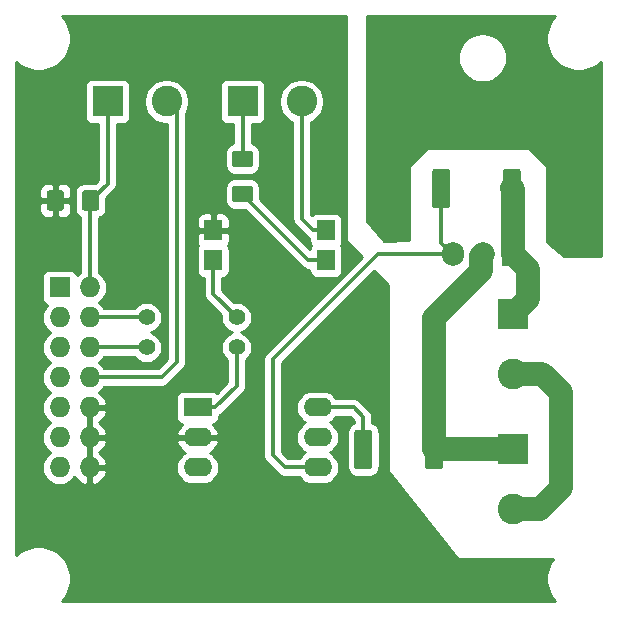
<source format=gbr>
G04 #@! TF.GenerationSoftware,KiCad,Pcbnew,(5.1.2)-2*
G04 #@! TF.CreationDate,2019-08-11T20:23:21+03:00*
G04 #@! TF.ProjectId,Clever_Light,436c6576-6572-45f4-9c69-6768742e6b69,rev?*
G04 #@! TF.SameCoordinates,Original*
G04 #@! TF.FileFunction,Copper,L2,Bot*
G04 #@! TF.FilePolarity,Positive*
%FSLAX46Y46*%
G04 Gerber Fmt 4.6, Leading zero omitted, Abs format (unit mm)*
G04 Created by KiCad (PCBNEW (5.1.2)-2) date 2019-08-11 20:23:21*
%MOMM*%
%LPD*%
G04 APERTURE LIST*
%ADD10C,0.100000*%
%ADD11C,1.425000*%
%ADD12C,1.525000*%
%ADD13O,1.905000X2.000000*%
%ADD14R,1.905000X2.000000*%
%ADD15C,1.400000*%
%ADD16O,2.400000X1.600000*%
%ADD17R,2.400000X1.600000*%
%ADD18R,1.500000X1.780000*%
%ADD19O,1.727200X1.727200*%
%ADD20R,1.727200X1.727200*%
%ADD21C,2.600000*%
%ADD22R,2.600000X2.600000*%
%ADD23C,0.300000*%
%ADD24C,2.000000*%
%ADD25C,0.254000*%
G04 APERTURE END LIST*
D10*
G36*
X118430504Y-60340204D02*
G01*
X118454773Y-60343804D01*
X118478571Y-60349765D01*
X118501671Y-60358030D01*
X118523849Y-60368520D01*
X118544893Y-60381133D01*
X118564598Y-60395747D01*
X118582777Y-60412223D01*
X118599253Y-60430402D01*
X118613867Y-60450107D01*
X118626480Y-60471151D01*
X118636970Y-60493329D01*
X118645235Y-60516429D01*
X118651196Y-60540227D01*
X118654796Y-60564496D01*
X118656000Y-60589000D01*
X118656000Y-61839000D01*
X118654796Y-61863504D01*
X118651196Y-61887773D01*
X118645235Y-61911571D01*
X118636970Y-61934671D01*
X118626480Y-61956849D01*
X118613867Y-61977893D01*
X118599253Y-61997598D01*
X118582777Y-62015777D01*
X118564598Y-62032253D01*
X118544893Y-62046867D01*
X118523849Y-62059480D01*
X118501671Y-62069970D01*
X118478571Y-62078235D01*
X118454773Y-62084196D01*
X118430504Y-62087796D01*
X118406000Y-62089000D01*
X117481000Y-62089000D01*
X117456496Y-62087796D01*
X117432227Y-62084196D01*
X117408429Y-62078235D01*
X117385329Y-62069970D01*
X117363151Y-62059480D01*
X117342107Y-62046867D01*
X117322402Y-62032253D01*
X117304223Y-62015777D01*
X117287747Y-61997598D01*
X117273133Y-61977893D01*
X117260520Y-61956849D01*
X117250030Y-61934671D01*
X117241765Y-61911571D01*
X117235804Y-61887773D01*
X117232204Y-61863504D01*
X117231000Y-61839000D01*
X117231000Y-60589000D01*
X117232204Y-60564496D01*
X117235804Y-60540227D01*
X117241765Y-60516429D01*
X117250030Y-60493329D01*
X117260520Y-60471151D01*
X117273133Y-60450107D01*
X117287747Y-60430402D01*
X117304223Y-60412223D01*
X117322402Y-60395747D01*
X117342107Y-60381133D01*
X117363151Y-60368520D01*
X117385329Y-60358030D01*
X117408429Y-60349765D01*
X117432227Y-60343804D01*
X117456496Y-60340204D01*
X117481000Y-60339000D01*
X118406000Y-60339000D01*
X118430504Y-60340204D01*
X118430504Y-60340204D01*
G37*
D11*
X117943500Y-61214000D03*
D10*
G36*
X115455504Y-60340204D02*
G01*
X115479773Y-60343804D01*
X115503571Y-60349765D01*
X115526671Y-60358030D01*
X115548849Y-60368520D01*
X115569893Y-60381133D01*
X115589598Y-60395747D01*
X115607777Y-60412223D01*
X115624253Y-60430402D01*
X115638867Y-60450107D01*
X115651480Y-60471151D01*
X115661970Y-60493329D01*
X115670235Y-60516429D01*
X115676196Y-60540227D01*
X115679796Y-60564496D01*
X115681000Y-60589000D01*
X115681000Y-61839000D01*
X115679796Y-61863504D01*
X115676196Y-61887773D01*
X115670235Y-61911571D01*
X115661970Y-61934671D01*
X115651480Y-61956849D01*
X115638867Y-61977893D01*
X115624253Y-61997598D01*
X115607777Y-62015777D01*
X115589598Y-62032253D01*
X115569893Y-62046867D01*
X115548849Y-62059480D01*
X115526671Y-62069970D01*
X115503571Y-62078235D01*
X115479773Y-62084196D01*
X115455504Y-62087796D01*
X115431000Y-62089000D01*
X114506000Y-62089000D01*
X114481496Y-62087796D01*
X114457227Y-62084196D01*
X114433429Y-62078235D01*
X114410329Y-62069970D01*
X114388151Y-62059480D01*
X114367107Y-62046867D01*
X114347402Y-62032253D01*
X114329223Y-62015777D01*
X114312747Y-61997598D01*
X114298133Y-61977893D01*
X114285520Y-61956849D01*
X114275030Y-61934671D01*
X114266765Y-61911571D01*
X114260804Y-61887773D01*
X114257204Y-61863504D01*
X114256000Y-61839000D01*
X114256000Y-60589000D01*
X114257204Y-60564496D01*
X114260804Y-60540227D01*
X114266765Y-60516429D01*
X114275030Y-60493329D01*
X114285520Y-60471151D01*
X114298133Y-60450107D01*
X114312747Y-60430402D01*
X114329223Y-60412223D01*
X114347402Y-60395747D01*
X114367107Y-60381133D01*
X114388151Y-60368520D01*
X114410329Y-60358030D01*
X114433429Y-60349765D01*
X114457227Y-60343804D01*
X114481496Y-60340204D01*
X114506000Y-60339000D01*
X115431000Y-60339000D01*
X115455504Y-60340204D01*
X115455504Y-60340204D01*
G37*
D11*
X114968500Y-61214000D03*
D10*
G36*
X131459504Y-59958204D02*
G01*
X131483773Y-59961804D01*
X131507571Y-59967765D01*
X131530671Y-59976030D01*
X131552849Y-59986520D01*
X131573893Y-59999133D01*
X131593598Y-60013747D01*
X131611777Y-60030223D01*
X131628253Y-60048402D01*
X131642867Y-60068107D01*
X131655480Y-60089151D01*
X131665970Y-60111329D01*
X131674235Y-60134429D01*
X131680196Y-60158227D01*
X131683796Y-60182496D01*
X131685000Y-60207000D01*
X131685000Y-61132000D01*
X131683796Y-61156504D01*
X131680196Y-61180773D01*
X131674235Y-61204571D01*
X131665970Y-61227671D01*
X131655480Y-61249849D01*
X131642867Y-61270893D01*
X131628253Y-61290598D01*
X131611777Y-61308777D01*
X131593598Y-61325253D01*
X131573893Y-61339867D01*
X131552849Y-61352480D01*
X131530671Y-61362970D01*
X131507571Y-61371235D01*
X131483773Y-61377196D01*
X131459504Y-61380796D01*
X131435000Y-61382000D01*
X130185000Y-61382000D01*
X130160496Y-61380796D01*
X130136227Y-61377196D01*
X130112429Y-61371235D01*
X130089329Y-61362970D01*
X130067151Y-61352480D01*
X130046107Y-61339867D01*
X130026402Y-61325253D01*
X130008223Y-61308777D01*
X129991747Y-61290598D01*
X129977133Y-61270893D01*
X129964520Y-61249849D01*
X129954030Y-61227671D01*
X129945765Y-61204571D01*
X129939804Y-61180773D01*
X129936204Y-61156504D01*
X129935000Y-61132000D01*
X129935000Y-60207000D01*
X129936204Y-60182496D01*
X129939804Y-60158227D01*
X129945765Y-60134429D01*
X129954030Y-60111329D01*
X129964520Y-60089151D01*
X129977133Y-60068107D01*
X129991747Y-60048402D01*
X130008223Y-60030223D01*
X130026402Y-60013747D01*
X130046107Y-59999133D01*
X130067151Y-59986520D01*
X130089329Y-59976030D01*
X130112429Y-59967765D01*
X130136227Y-59961804D01*
X130160496Y-59958204D01*
X130185000Y-59957000D01*
X131435000Y-59957000D01*
X131459504Y-59958204D01*
X131459504Y-59958204D01*
G37*
D11*
X130810000Y-60669500D03*
D10*
G36*
X131459504Y-56983204D02*
G01*
X131483773Y-56986804D01*
X131507571Y-56992765D01*
X131530671Y-57001030D01*
X131552849Y-57011520D01*
X131573893Y-57024133D01*
X131593598Y-57038747D01*
X131611777Y-57055223D01*
X131628253Y-57073402D01*
X131642867Y-57093107D01*
X131655480Y-57114151D01*
X131665970Y-57136329D01*
X131674235Y-57159429D01*
X131680196Y-57183227D01*
X131683796Y-57207496D01*
X131685000Y-57232000D01*
X131685000Y-58157000D01*
X131683796Y-58181504D01*
X131680196Y-58205773D01*
X131674235Y-58229571D01*
X131665970Y-58252671D01*
X131655480Y-58274849D01*
X131642867Y-58295893D01*
X131628253Y-58315598D01*
X131611777Y-58333777D01*
X131593598Y-58350253D01*
X131573893Y-58364867D01*
X131552849Y-58377480D01*
X131530671Y-58387970D01*
X131507571Y-58396235D01*
X131483773Y-58402196D01*
X131459504Y-58405796D01*
X131435000Y-58407000D01*
X130185000Y-58407000D01*
X130160496Y-58405796D01*
X130136227Y-58402196D01*
X130112429Y-58396235D01*
X130089329Y-58387970D01*
X130067151Y-58377480D01*
X130046107Y-58364867D01*
X130026402Y-58350253D01*
X130008223Y-58333777D01*
X129991747Y-58315598D01*
X129977133Y-58295893D01*
X129964520Y-58274849D01*
X129954030Y-58252671D01*
X129945765Y-58229571D01*
X129939804Y-58205773D01*
X129936204Y-58181504D01*
X129935000Y-58157000D01*
X129935000Y-57232000D01*
X129936204Y-57207496D01*
X129939804Y-57183227D01*
X129945765Y-57159429D01*
X129954030Y-57136329D01*
X129964520Y-57114151D01*
X129977133Y-57093107D01*
X129991747Y-57073402D01*
X130008223Y-57055223D01*
X130026402Y-57038747D01*
X130046107Y-57024133D01*
X130067151Y-57011520D01*
X130089329Y-57001030D01*
X130112429Y-56992765D01*
X130136227Y-56986804D01*
X130160496Y-56983204D01*
X130185000Y-56982000D01*
X131435000Y-56982000D01*
X131459504Y-56983204D01*
X131459504Y-56983204D01*
G37*
D11*
X130810000Y-57694500D03*
D10*
G36*
X148171505Y-58524204D02*
G01*
X148195773Y-58527804D01*
X148219572Y-58533765D01*
X148242671Y-58542030D01*
X148264850Y-58552520D01*
X148285893Y-58565132D01*
X148305599Y-58579747D01*
X148323777Y-58596223D01*
X148340253Y-58614401D01*
X148354868Y-58634107D01*
X148367480Y-58655150D01*
X148377970Y-58677329D01*
X148386235Y-58700428D01*
X148392196Y-58724227D01*
X148395796Y-58748495D01*
X148397000Y-58772999D01*
X148397000Y-61623001D01*
X148395796Y-61647505D01*
X148392196Y-61671773D01*
X148386235Y-61695572D01*
X148377970Y-61718671D01*
X148367480Y-61740850D01*
X148354868Y-61761893D01*
X148340253Y-61781599D01*
X148323777Y-61799777D01*
X148305599Y-61816253D01*
X148285893Y-61830868D01*
X148264850Y-61843480D01*
X148242671Y-61853970D01*
X148219572Y-61862235D01*
X148195773Y-61868196D01*
X148171505Y-61871796D01*
X148147001Y-61873000D01*
X147121999Y-61873000D01*
X147097495Y-61871796D01*
X147073227Y-61868196D01*
X147049428Y-61862235D01*
X147026329Y-61853970D01*
X147004150Y-61843480D01*
X146983107Y-61830868D01*
X146963401Y-61816253D01*
X146945223Y-61799777D01*
X146928747Y-61781599D01*
X146914132Y-61761893D01*
X146901520Y-61740850D01*
X146891030Y-61718671D01*
X146882765Y-61695572D01*
X146876804Y-61671773D01*
X146873204Y-61647505D01*
X146872000Y-61623001D01*
X146872000Y-58772999D01*
X146873204Y-58748495D01*
X146876804Y-58724227D01*
X146882765Y-58700428D01*
X146891030Y-58677329D01*
X146901520Y-58655150D01*
X146914132Y-58634107D01*
X146928747Y-58614401D01*
X146945223Y-58596223D01*
X146963401Y-58579747D01*
X146983107Y-58565132D01*
X147004150Y-58552520D01*
X147026329Y-58542030D01*
X147049428Y-58533765D01*
X147073227Y-58527804D01*
X147097495Y-58524204D01*
X147121999Y-58523000D01*
X148147001Y-58523000D01*
X148171505Y-58524204D01*
X148171505Y-58524204D01*
G37*
D12*
X147634500Y-60198000D03*
D10*
G36*
X154146505Y-58524204D02*
G01*
X154170773Y-58527804D01*
X154194572Y-58533765D01*
X154217671Y-58542030D01*
X154239850Y-58552520D01*
X154260893Y-58565132D01*
X154280599Y-58579747D01*
X154298777Y-58596223D01*
X154315253Y-58614401D01*
X154329868Y-58634107D01*
X154342480Y-58655150D01*
X154352970Y-58677329D01*
X154361235Y-58700428D01*
X154367196Y-58724227D01*
X154370796Y-58748495D01*
X154372000Y-58772999D01*
X154372000Y-61623001D01*
X154370796Y-61647505D01*
X154367196Y-61671773D01*
X154361235Y-61695572D01*
X154352970Y-61718671D01*
X154342480Y-61740850D01*
X154329868Y-61761893D01*
X154315253Y-61781599D01*
X154298777Y-61799777D01*
X154280599Y-61816253D01*
X154260893Y-61830868D01*
X154239850Y-61843480D01*
X154217671Y-61853970D01*
X154194572Y-61862235D01*
X154170773Y-61868196D01*
X154146505Y-61871796D01*
X154122001Y-61873000D01*
X153096999Y-61873000D01*
X153072495Y-61871796D01*
X153048227Y-61868196D01*
X153024428Y-61862235D01*
X153001329Y-61853970D01*
X152979150Y-61843480D01*
X152958107Y-61830868D01*
X152938401Y-61816253D01*
X152920223Y-61799777D01*
X152903747Y-61781599D01*
X152889132Y-61761893D01*
X152876520Y-61740850D01*
X152866030Y-61718671D01*
X152857765Y-61695572D01*
X152851804Y-61671773D01*
X152848204Y-61647505D01*
X152847000Y-61623001D01*
X152847000Y-58772999D01*
X152848204Y-58748495D01*
X152851804Y-58724227D01*
X152857765Y-58700428D01*
X152866030Y-58677329D01*
X152876520Y-58655150D01*
X152889132Y-58634107D01*
X152903747Y-58614401D01*
X152920223Y-58596223D01*
X152938401Y-58579747D01*
X152958107Y-58565132D01*
X152979150Y-58552520D01*
X153001329Y-58542030D01*
X153024428Y-58533765D01*
X153048227Y-58527804D01*
X153072495Y-58524204D01*
X153096999Y-58523000D01*
X154122001Y-58523000D01*
X154146505Y-58524204D01*
X154146505Y-58524204D01*
G37*
D12*
X153609500Y-60198000D03*
D10*
G36*
X141567505Y-80622204D02*
G01*
X141591773Y-80625804D01*
X141615572Y-80631765D01*
X141638671Y-80640030D01*
X141660850Y-80650520D01*
X141681893Y-80663132D01*
X141701599Y-80677747D01*
X141719777Y-80694223D01*
X141736253Y-80712401D01*
X141750868Y-80732107D01*
X141763480Y-80753150D01*
X141773970Y-80775329D01*
X141782235Y-80798428D01*
X141788196Y-80822227D01*
X141791796Y-80846495D01*
X141793000Y-80870999D01*
X141793000Y-83721001D01*
X141791796Y-83745505D01*
X141788196Y-83769773D01*
X141782235Y-83793572D01*
X141773970Y-83816671D01*
X141763480Y-83838850D01*
X141750868Y-83859893D01*
X141736253Y-83879599D01*
X141719777Y-83897777D01*
X141701599Y-83914253D01*
X141681893Y-83928868D01*
X141660850Y-83941480D01*
X141638671Y-83951970D01*
X141615572Y-83960235D01*
X141591773Y-83966196D01*
X141567505Y-83969796D01*
X141543001Y-83971000D01*
X140517999Y-83971000D01*
X140493495Y-83969796D01*
X140469227Y-83966196D01*
X140445428Y-83960235D01*
X140422329Y-83951970D01*
X140400150Y-83941480D01*
X140379107Y-83928868D01*
X140359401Y-83914253D01*
X140341223Y-83897777D01*
X140324747Y-83879599D01*
X140310132Y-83859893D01*
X140297520Y-83838850D01*
X140287030Y-83816671D01*
X140278765Y-83793572D01*
X140272804Y-83769773D01*
X140269204Y-83745505D01*
X140268000Y-83721001D01*
X140268000Y-80870999D01*
X140269204Y-80846495D01*
X140272804Y-80822227D01*
X140278765Y-80798428D01*
X140287030Y-80775329D01*
X140297520Y-80753150D01*
X140310132Y-80732107D01*
X140324747Y-80712401D01*
X140341223Y-80694223D01*
X140359401Y-80677747D01*
X140379107Y-80663132D01*
X140400150Y-80650520D01*
X140422329Y-80640030D01*
X140445428Y-80631765D01*
X140469227Y-80625804D01*
X140493495Y-80622204D01*
X140517999Y-80621000D01*
X141543001Y-80621000D01*
X141567505Y-80622204D01*
X141567505Y-80622204D01*
G37*
D12*
X141030500Y-82296000D03*
D10*
G36*
X147542505Y-80622204D02*
G01*
X147566773Y-80625804D01*
X147590572Y-80631765D01*
X147613671Y-80640030D01*
X147635850Y-80650520D01*
X147656893Y-80663132D01*
X147676599Y-80677747D01*
X147694777Y-80694223D01*
X147711253Y-80712401D01*
X147725868Y-80732107D01*
X147738480Y-80753150D01*
X147748970Y-80775329D01*
X147757235Y-80798428D01*
X147763196Y-80822227D01*
X147766796Y-80846495D01*
X147768000Y-80870999D01*
X147768000Y-83721001D01*
X147766796Y-83745505D01*
X147763196Y-83769773D01*
X147757235Y-83793572D01*
X147748970Y-83816671D01*
X147738480Y-83838850D01*
X147725868Y-83859893D01*
X147711253Y-83879599D01*
X147694777Y-83897777D01*
X147676599Y-83914253D01*
X147656893Y-83928868D01*
X147635850Y-83941480D01*
X147613671Y-83951970D01*
X147590572Y-83960235D01*
X147566773Y-83966196D01*
X147542505Y-83969796D01*
X147518001Y-83971000D01*
X146492999Y-83971000D01*
X146468495Y-83969796D01*
X146444227Y-83966196D01*
X146420428Y-83960235D01*
X146397329Y-83951970D01*
X146375150Y-83941480D01*
X146354107Y-83928868D01*
X146334401Y-83914253D01*
X146316223Y-83897777D01*
X146299747Y-83879599D01*
X146285132Y-83859893D01*
X146272520Y-83838850D01*
X146262030Y-83816671D01*
X146253765Y-83793572D01*
X146247804Y-83769773D01*
X146244204Y-83745505D01*
X146243000Y-83721001D01*
X146243000Y-80870999D01*
X146244204Y-80846495D01*
X146247804Y-80822227D01*
X146253765Y-80798428D01*
X146262030Y-80775329D01*
X146272520Y-80753150D01*
X146285132Y-80732107D01*
X146299747Y-80712401D01*
X146316223Y-80694223D01*
X146334401Y-80677747D01*
X146354107Y-80663132D01*
X146375150Y-80650520D01*
X146397329Y-80640030D01*
X146420428Y-80631765D01*
X146444227Y-80625804D01*
X146468495Y-80622204D01*
X146492999Y-80621000D01*
X147518001Y-80621000D01*
X147542505Y-80622204D01*
X147542505Y-80622204D01*
G37*
D12*
X147005500Y-82296000D03*
D13*
X148590000Y-65786000D03*
X151130000Y-65786000D03*
D14*
X153670000Y-65786000D03*
D15*
X122682000Y-73660000D03*
X130302000Y-73660000D03*
X122682000Y-71120000D03*
X130302000Y-71120000D03*
D16*
X137160000Y-78740000D03*
X127000000Y-83820000D03*
X137160000Y-81280000D03*
X127000000Y-81280000D03*
X137160000Y-83820000D03*
D17*
X127000000Y-78740000D03*
D18*
X137861000Y-66294000D03*
X128331000Y-63754000D03*
X137861000Y-63754000D03*
X128331000Y-66294000D03*
D19*
X117856000Y-83820000D03*
X115316000Y-83820000D03*
X117856000Y-81280000D03*
X115316000Y-81280000D03*
X117856000Y-78740000D03*
X115316000Y-78740000D03*
X117856000Y-76200000D03*
X115316000Y-76200000D03*
X117856000Y-73660000D03*
X115316000Y-73660000D03*
X117856000Y-71120000D03*
X115316000Y-71120000D03*
X117856000Y-68580000D03*
D20*
X115316000Y-68580000D03*
D21*
X135810000Y-52832000D03*
D22*
X130810000Y-52832000D03*
D21*
X124380000Y-52832000D03*
D22*
X119380000Y-52832000D03*
D21*
X153670000Y-75866000D03*
D22*
X153670000Y-70866000D03*
D21*
X153670000Y-87296000D03*
D22*
X153670000Y-82296000D03*
D23*
X134366000Y-83820000D02*
X137160000Y-83820000D01*
X133350000Y-82804000D02*
X134366000Y-83820000D01*
X133350000Y-74676000D02*
X133350000Y-82804000D01*
X148590000Y-65786000D02*
X142240000Y-65786000D01*
X142240000Y-65786000D02*
X133350000Y-74676000D01*
X147634500Y-64830500D02*
X148590000Y-65786000D01*
X147634500Y-60198000D02*
X147634500Y-64830500D01*
D24*
X147005500Y-80521000D02*
X147005500Y-82296000D01*
X147005500Y-71180500D02*
X147005500Y-80521000D01*
X151042510Y-67143490D02*
X147005500Y-71180500D01*
X151130000Y-65786000D02*
X151042510Y-65873490D01*
X151042510Y-65873490D02*
X151042510Y-67143490D01*
X147005500Y-82296000D02*
X153670000Y-82296000D01*
X154940000Y-69596000D02*
X153670000Y-70866000D01*
X153670000Y-65786000D02*
X154940000Y-67056000D01*
X154940000Y-67056000D02*
X154940000Y-69596000D01*
X153670000Y-60258500D02*
X153670000Y-65786000D01*
X153609500Y-60198000D02*
X153670000Y-60258500D01*
D23*
X119077314Y-76200000D02*
X117856000Y-76200000D01*
X123952000Y-76200000D02*
X119077314Y-76200000D01*
X125222000Y-74930000D02*
X123952000Y-76200000D01*
X124380000Y-52832000D02*
X125222000Y-53674000D01*
X125222000Y-53674000D02*
X125222000Y-74930000D01*
X117856000Y-61301500D02*
X117943500Y-61214000D01*
X117856000Y-68580000D02*
X117856000Y-61301500D01*
X119380000Y-59777500D02*
X117943500Y-61214000D01*
X119380000Y-52832000D02*
X119380000Y-59777500D01*
X130810000Y-54432000D02*
X130810000Y-58244500D01*
X130810000Y-52832000D02*
X130810000Y-54432000D01*
X136811000Y-63754000D02*
X137861000Y-63754000D01*
X135810000Y-62753000D02*
X136811000Y-63754000D01*
X135810000Y-52832000D02*
X135810000Y-62753000D01*
D24*
X153750000Y-87376000D02*
X153670000Y-87296000D01*
X155956000Y-87376000D02*
X153750000Y-87376000D01*
X157734000Y-85598000D02*
X155956000Y-87376000D01*
X157734000Y-77470000D02*
X157734000Y-85598000D01*
X153670000Y-75866000D02*
X156130000Y-75866000D01*
X156130000Y-75866000D02*
X157734000Y-77470000D01*
D23*
X119077314Y-73660000D02*
X122682000Y-73660000D01*
X117856000Y-73660000D02*
X119077314Y-73660000D01*
X117856000Y-71120000D02*
X122682000Y-71120000D01*
X136811000Y-66294000D02*
X137861000Y-66294000D01*
X136397000Y-66294000D02*
X136811000Y-66294000D01*
X130810000Y-60707000D02*
X136397000Y-66294000D01*
X130810000Y-60119500D02*
X130810000Y-60707000D01*
X128331000Y-69149000D02*
X130302000Y-71120000D01*
X128331000Y-66294000D02*
X128331000Y-69149000D01*
X130302000Y-74649949D02*
X130302000Y-73660000D01*
X130302000Y-76938000D02*
X130302000Y-74649949D01*
X128500000Y-78740000D02*
X130302000Y-76938000D01*
X127000000Y-78740000D02*
X128500000Y-78740000D01*
X141030500Y-79562500D02*
X141030500Y-82296000D01*
X137160000Y-78740000D02*
X140208000Y-78740000D01*
X140208000Y-78740000D02*
X141030500Y-79562500D01*
D25*
G36*
X139573000Y-64516000D02*
G01*
X139575440Y-64540776D01*
X139582667Y-64564601D01*
X139594403Y-64586557D01*
X139607156Y-64602654D01*
X140918978Y-66008178D01*
X132827570Y-74099587D01*
X132797920Y-74123920D01*
X132748203Y-74184501D01*
X132700823Y-74242234D01*
X132689968Y-74262543D01*
X132628673Y-74377217D01*
X132584243Y-74523682D01*
X132575566Y-74611783D01*
X132569241Y-74676000D01*
X132573000Y-74714163D01*
X132573001Y-82765827D01*
X132569241Y-82804000D01*
X132584244Y-82956318D01*
X132628673Y-83102783D01*
X132700823Y-83237766D01*
X132749899Y-83297565D01*
X132797921Y-83356080D01*
X132827565Y-83380408D01*
X133789592Y-84342436D01*
X133813920Y-84372080D01*
X133843564Y-84396408D01*
X133843565Y-84396409D01*
X133932233Y-84469177D01*
X134053592Y-84534045D01*
X134067216Y-84541327D01*
X134213681Y-84585757D01*
X134327834Y-84597000D01*
X134327836Y-84597000D01*
X134366000Y-84600759D01*
X134404163Y-84597000D01*
X135557257Y-84597000D01*
X135567752Y-84616634D01*
X135746077Y-84833923D01*
X135963366Y-85012248D01*
X136211269Y-85144755D01*
X136480259Y-85226352D01*
X136689902Y-85247000D01*
X137630098Y-85247000D01*
X137839741Y-85226352D01*
X138108731Y-85144755D01*
X138356634Y-85012248D01*
X138573923Y-84833923D01*
X138752248Y-84616634D01*
X138884755Y-84368731D01*
X138966352Y-84099741D01*
X138993904Y-83820000D01*
X138966352Y-83540259D01*
X138884755Y-83271269D01*
X138752248Y-83023366D01*
X138573923Y-82806077D01*
X138356634Y-82627752D01*
X138211170Y-82550000D01*
X138356634Y-82472248D01*
X138573923Y-82293923D01*
X138752248Y-82076634D01*
X138884755Y-81828731D01*
X138966352Y-81559741D01*
X138993904Y-81280000D01*
X138966352Y-81000259D01*
X138884755Y-80731269D01*
X138752248Y-80483366D01*
X138573923Y-80266077D01*
X138356634Y-80087752D01*
X138211170Y-80010000D01*
X138356634Y-79932248D01*
X138573923Y-79753923D01*
X138752248Y-79536634D01*
X138762743Y-79517000D01*
X139886157Y-79517000D01*
X140253500Y-79884344D01*
X140253500Y-80036031D01*
X140181225Y-80057955D01*
X140029079Y-80139279D01*
X139895722Y-80248722D01*
X139786279Y-80382079D01*
X139704955Y-80534225D01*
X139654877Y-80699313D01*
X139637967Y-80870999D01*
X139637967Y-83721001D01*
X139654877Y-83892687D01*
X139704955Y-84057775D01*
X139786279Y-84209921D01*
X139895722Y-84343278D01*
X140029079Y-84452721D01*
X140181225Y-84534045D01*
X140346313Y-84584123D01*
X140517999Y-84601033D01*
X141543001Y-84601033D01*
X141714687Y-84584123D01*
X141879775Y-84534045D01*
X142031921Y-84452721D01*
X142165278Y-84343278D01*
X142274721Y-84209921D01*
X142356045Y-84057775D01*
X142406123Y-83892687D01*
X142423033Y-83721001D01*
X142423033Y-80870999D01*
X142406123Y-80699313D01*
X142356045Y-80534225D01*
X142274721Y-80382079D01*
X142165278Y-80248722D01*
X142031921Y-80139279D01*
X141879775Y-80057955D01*
X141807500Y-80036031D01*
X141807500Y-79600663D01*
X141811259Y-79562500D01*
X141807148Y-79520759D01*
X141796257Y-79410181D01*
X141751827Y-79263716D01*
X141726695Y-79216699D01*
X141679678Y-79128734D01*
X141606909Y-79040065D01*
X141606908Y-79040064D01*
X141582580Y-79010420D01*
X141552937Y-78986093D01*
X140784412Y-78217569D01*
X140760080Y-78187920D01*
X140641766Y-78090823D01*
X140506784Y-78018673D01*
X140360319Y-77974243D01*
X140246166Y-77963000D01*
X140246163Y-77963000D01*
X140208000Y-77959241D01*
X140169837Y-77963000D01*
X138762743Y-77963000D01*
X138752248Y-77943366D01*
X138573923Y-77726077D01*
X138356634Y-77547752D01*
X138108731Y-77415245D01*
X137839741Y-77333648D01*
X137630098Y-77313000D01*
X136689902Y-77313000D01*
X136480259Y-77333648D01*
X136211269Y-77415245D01*
X135963366Y-77547752D01*
X135746077Y-77726077D01*
X135567752Y-77943366D01*
X135435245Y-78191269D01*
X135353648Y-78460259D01*
X135326096Y-78740000D01*
X135353648Y-79019741D01*
X135435245Y-79288731D01*
X135567752Y-79536634D01*
X135746077Y-79753923D01*
X135963366Y-79932248D01*
X136108830Y-80010000D01*
X135963366Y-80087752D01*
X135746077Y-80266077D01*
X135567752Y-80483366D01*
X135435245Y-80731269D01*
X135353648Y-81000259D01*
X135326096Y-81280000D01*
X135353648Y-81559741D01*
X135435245Y-81828731D01*
X135567752Y-82076634D01*
X135746077Y-82293923D01*
X135963366Y-82472248D01*
X136108830Y-82550000D01*
X135963366Y-82627752D01*
X135746077Y-82806077D01*
X135567752Y-83023366D01*
X135557257Y-83043000D01*
X134687844Y-83043000D01*
X134127000Y-82482157D01*
X134127000Y-74997843D01*
X141979931Y-67144913D01*
X143129000Y-68376058D01*
X143129000Y-84074000D01*
X143131440Y-84098776D01*
X143138667Y-84122601D01*
X143156496Y-84152917D01*
X148998496Y-91518917D01*
X149015804Y-91536813D01*
X149036270Y-91550989D01*
X149059109Y-91560899D01*
X149083443Y-91566163D01*
X149098000Y-91567000D01*
X157081428Y-91567000D01*
X156841364Y-91926281D01*
X156635797Y-92422563D01*
X156531000Y-92949414D01*
X156531000Y-93486586D01*
X156635797Y-94013437D01*
X156841364Y-94509719D01*
X157139801Y-94956361D01*
X157289440Y-95106000D01*
X115506560Y-95106000D01*
X115656199Y-94956361D01*
X115954636Y-94509719D01*
X116160203Y-94013437D01*
X116265000Y-93486586D01*
X116265000Y-92949414D01*
X116160203Y-92422563D01*
X115954636Y-91926281D01*
X115656199Y-91479639D01*
X115276361Y-91099801D01*
X114829719Y-90801364D01*
X114333437Y-90595797D01*
X113806586Y-90491000D01*
X113269414Y-90491000D01*
X112742563Y-90595797D01*
X112246281Y-90801364D01*
X111799639Y-91099801D01*
X111650000Y-91249440D01*
X111650000Y-71120000D01*
X113818188Y-71120000D01*
X113846968Y-71412209D01*
X113932202Y-71693188D01*
X114070615Y-71952140D01*
X114256887Y-72179113D01*
X114483860Y-72365385D01*
X114529911Y-72390000D01*
X114483860Y-72414615D01*
X114256887Y-72600887D01*
X114070615Y-72827860D01*
X113932202Y-73086812D01*
X113846968Y-73367791D01*
X113818188Y-73660000D01*
X113846968Y-73952209D01*
X113932202Y-74233188D01*
X114070615Y-74492140D01*
X114256887Y-74719113D01*
X114483860Y-74905385D01*
X114529911Y-74930000D01*
X114483860Y-74954615D01*
X114256887Y-75140887D01*
X114070615Y-75367860D01*
X113932202Y-75626812D01*
X113846968Y-75907791D01*
X113818188Y-76200000D01*
X113846968Y-76492209D01*
X113932202Y-76773188D01*
X114070615Y-77032140D01*
X114256887Y-77259113D01*
X114483860Y-77445385D01*
X114529911Y-77470000D01*
X114483860Y-77494615D01*
X114256887Y-77680887D01*
X114070615Y-77907860D01*
X113932202Y-78166812D01*
X113846968Y-78447791D01*
X113818188Y-78740000D01*
X113846968Y-79032209D01*
X113932202Y-79313188D01*
X114070615Y-79572140D01*
X114256887Y-79799113D01*
X114483860Y-79985385D01*
X114529911Y-80010000D01*
X114483860Y-80034615D01*
X114256887Y-80220887D01*
X114070615Y-80447860D01*
X113932202Y-80706812D01*
X113846968Y-80987791D01*
X113818188Y-81280000D01*
X113846968Y-81572209D01*
X113932202Y-81853188D01*
X114070615Y-82112140D01*
X114256887Y-82339113D01*
X114483860Y-82525385D01*
X114529911Y-82550000D01*
X114483860Y-82574615D01*
X114256887Y-82760887D01*
X114070615Y-82987860D01*
X113932202Y-83246812D01*
X113846968Y-83527791D01*
X113818188Y-83820000D01*
X113846968Y-84112209D01*
X113932202Y-84393188D01*
X114070615Y-84652140D01*
X114256887Y-84879113D01*
X114483860Y-85065385D01*
X114742812Y-85203798D01*
X115023791Y-85289032D01*
X115242775Y-85310600D01*
X115389225Y-85310600D01*
X115608209Y-85289032D01*
X115889188Y-85203798D01*
X116148140Y-85065385D01*
X116375113Y-84879113D01*
X116561385Y-84652140D01*
X116584183Y-84609489D01*
X116749146Y-84830293D01*
X116967512Y-85026817D01*
X117220022Y-85176964D01*
X117496973Y-85274963D01*
X117729000Y-85154464D01*
X117729000Y-83947000D01*
X117983000Y-83947000D01*
X117983000Y-85154464D01*
X118215027Y-85274963D01*
X118491978Y-85176964D01*
X118744488Y-85026817D01*
X118962854Y-84830293D01*
X119138684Y-84594944D01*
X119265222Y-84329814D01*
X119310958Y-84179026D01*
X119189817Y-83947000D01*
X117983000Y-83947000D01*
X117729000Y-83947000D01*
X117709000Y-83947000D01*
X117709000Y-83820000D01*
X125166096Y-83820000D01*
X125193648Y-84099741D01*
X125275245Y-84368731D01*
X125407752Y-84616634D01*
X125586077Y-84833923D01*
X125803366Y-85012248D01*
X126051269Y-85144755D01*
X126320259Y-85226352D01*
X126529902Y-85247000D01*
X127470098Y-85247000D01*
X127679741Y-85226352D01*
X127948731Y-85144755D01*
X128196634Y-85012248D01*
X128413923Y-84833923D01*
X128592248Y-84616634D01*
X128724755Y-84368731D01*
X128806352Y-84099741D01*
X128833904Y-83820000D01*
X128806352Y-83540259D01*
X128724755Y-83271269D01*
X128592248Y-83023366D01*
X128413923Y-82806077D01*
X128196634Y-82627752D01*
X128065396Y-82557604D01*
X128066483Y-82557166D01*
X128302839Y-82402601D01*
X128504500Y-82204895D01*
X128663715Y-81971646D01*
X128774367Y-81711818D01*
X128791904Y-81629039D01*
X128669915Y-81407000D01*
X127127000Y-81407000D01*
X127127000Y-81427000D01*
X126873000Y-81427000D01*
X126873000Y-81407000D01*
X125330085Y-81407000D01*
X125208096Y-81629039D01*
X125225633Y-81711818D01*
X125336285Y-81971646D01*
X125495500Y-82204895D01*
X125697161Y-82402601D01*
X125933517Y-82557166D01*
X125934604Y-82557604D01*
X125803366Y-82627752D01*
X125586077Y-82806077D01*
X125407752Y-83023366D01*
X125275245Y-83271269D01*
X125193648Y-83540259D01*
X125166096Y-83820000D01*
X117709000Y-83820000D01*
X117709000Y-83693000D01*
X117729000Y-83693000D01*
X117729000Y-81407000D01*
X117983000Y-81407000D01*
X117983000Y-83693000D01*
X119189817Y-83693000D01*
X119310958Y-83460974D01*
X119265222Y-83310186D01*
X119138684Y-83045056D01*
X118962854Y-82809707D01*
X118744488Y-82613183D01*
X118638230Y-82550000D01*
X118744488Y-82486817D01*
X118962854Y-82290293D01*
X119138684Y-82054944D01*
X119265222Y-81789814D01*
X119310958Y-81639026D01*
X119189817Y-81407000D01*
X117983000Y-81407000D01*
X117729000Y-81407000D01*
X117709000Y-81407000D01*
X117709000Y-81153000D01*
X117729000Y-81153000D01*
X117729000Y-78867000D01*
X117983000Y-78867000D01*
X117983000Y-81153000D01*
X119189817Y-81153000D01*
X119310958Y-80920974D01*
X119265222Y-80770186D01*
X119138684Y-80505056D01*
X118962854Y-80269707D01*
X118744488Y-80073183D01*
X118638230Y-80010000D01*
X118744488Y-79946817D01*
X118962854Y-79750293D01*
X119138684Y-79514944D01*
X119265222Y-79249814D01*
X119310958Y-79099026D01*
X119189817Y-78867000D01*
X117983000Y-78867000D01*
X117729000Y-78867000D01*
X117709000Y-78867000D01*
X117709000Y-78613000D01*
X117729000Y-78613000D01*
X117729000Y-78593000D01*
X117983000Y-78593000D01*
X117983000Y-78613000D01*
X119189817Y-78613000D01*
X119310958Y-78380974D01*
X119265222Y-78230186D01*
X119138684Y-77965056D01*
X119119965Y-77940000D01*
X125169967Y-77940000D01*
X125169967Y-79540000D01*
X125182073Y-79662913D01*
X125217925Y-79781103D01*
X125276147Y-79890028D01*
X125354499Y-79985501D01*
X125449972Y-80063853D01*
X125558897Y-80122075D01*
X125677087Y-80157927D01*
X125694839Y-80159675D01*
X125495500Y-80355105D01*
X125336285Y-80588354D01*
X125225633Y-80848182D01*
X125208096Y-80930961D01*
X125330085Y-81153000D01*
X126873000Y-81153000D01*
X126873000Y-81133000D01*
X127127000Y-81133000D01*
X127127000Y-81153000D01*
X128669915Y-81153000D01*
X128791904Y-80930961D01*
X128774367Y-80848182D01*
X128663715Y-80588354D01*
X128504500Y-80355105D01*
X128305161Y-80159675D01*
X128322913Y-80157927D01*
X128441103Y-80122075D01*
X128550028Y-80063853D01*
X128645501Y-79985501D01*
X128723853Y-79890028D01*
X128782075Y-79781103D01*
X128817927Y-79662913D01*
X128830033Y-79540000D01*
X128830033Y-79444624D01*
X128933766Y-79389177D01*
X129052080Y-79292080D01*
X129076412Y-79262431D01*
X130824437Y-77514407D01*
X130854080Y-77490080D01*
X130914755Y-77416147D01*
X130951177Y-77371767D01*
X131005055Y-77270968D01*
X131023327Y-77236784D01*
X131067757Y-77090319D01*
X131079000Y-76976166D01*
X131079000Y-76976164D01*
X131082759Y-76938000D01*
X131079000Y-76899837D01*
X131079000Y-74736794D01*
X131147913Y-74690748D01*
X131332748Y-74505913D01*
X131477972Y-74288570D01*
X131578004Y-74047072D01*
X131629000Y-73790698D01*
X131629000Y-73529302D01*
X131578004Y-73272928D01*
X131477972Y-73031430D01*
X131332748Y-72814087D01*
X131147913Y-72629252D01*
X130930570Y-72484028D01*
X130703567Y-72390000D01*
X130930570Y-72295972D01*
X131147913Y-72150748D01*
X131332748Y-71965913D01*
X131477972Y-71748570D01*
X131578004Y-71507072D01*
X131629000Y-71250698D01*
X131629000Y-70989302D01*
X131578004Y-70732928D01*
X131477972Y-70491430D01*
X131332748Y-70274087D01*
X131147913Y-70089252D01*
X130930570Y-69944028D01*
X130689072Y-69843996D01*
X130432698Y-69793000D01*
X130171302Y-69793000D01*
X130090013Y-69809169D01*
X129108000Y-68827157D01*
X129108000Y-67811374D01*
X129203913Y-67801927D01*
X129322103Y-67766075D01*
X129431028Y-67707853D01*
X129526501Y-67629501D01*
X129604853Y-67534028D01*
X129663075Y-67425103D01*
X129698927Y-67306913D01*
X129711033Y-67184000D01*
X129711033Y-65404000D01*
X129698927Y-65281087D01*
X129663075Y-65162897D01*
X129604853Y-65053972D01*
X129585430Y-65030305D01*
X129611537Y-64998494D01*
X129670502Y-64888180D01*
X129706812Y-64768482D01*
X129719072Y-64644000D01*
X129716000Y-64039750D01*
X129557250Y-63881000D01*
X128458000Y-63881000D01*
X128458000Y-63901000D01*
X128204000Y-63901000D01*
X128204000Y-63881000D01*
X127104750Y-63881000D01*
X126946000Y-64039750D01*
X126942928Y-64644000D01*
X126955188Y-64768482D01*
X126991498Y-64888180D01*
X127050463Y-64998494D01*
X127076570Y-65030305D01*
X127057147Y-65053972D01*
X126998925Y-65162897D01*
X126963073Y-65281087D01*
X126950967Y-65404000D01*
X126950967Y-67184000D01*
X126963073Y-67306913D01*
X126998925Y-67425103D01*
X127057147Y-67534028D01*
X127135499Y-67629501D01*
X127230972Y-67707853D01*
X127339897Y-67766075D01*
X127458087Y-67801927D01*
X127554001Y-67811374D01*
X127554001Y-69110827D01*
X127550241Y-69149000D01*
X127562854Y-69277053D01*
X127565244Y-69301319D01*
X127578721Y-69345748D01*
X127609673Y-69447783D01*
X127681823Y-69582766D01*
X127720095Y-69629400D01*
X127778921Y-69701080D01*
X127808565Y-69725408D01*
X128991169Y-70908013D01*
X128975000Y-70989302D01*
X128975000Y-71250698D01*
X129025996Y-71507072D01*
X129126028Y-71748570D01*
X129271252Y-71965913D01*
X129456087Y-72150748D01*
X129673430Y-72295972D01*
X129900433Y-72390000D01*
X129673430Y-72484028D01*
X129456087Y-72629252D01*
X129271252Y-72814087D01*
X129126028Y-73031430D01*
X129025996Y-73272928D01*
X128975000Y-73529302D01*
X128975000Y-73790698D01*
X129025996Y-74047072D01*
X129126028Y-74288570D01*
X129271252Y-74505913D01*
X129456087Y-74690748D01*
X129525001Y-74736795D01*
X129525000Y-76616156D01*
X128646022Y-77495134D01*
X128645501Y-77494499D01*
X128550028Y-77416147D01*
X128441103Y-77357925D01*
X128322913Y-77322073D01*
X128200000Y-77309967D01*
X125800000Y-77309967D01*
X125677087Y-77322073D01*
X125558897Y-77357925D01*
X125449972Y-77416147D01*
X125354499Y-77494499D01*
X125276147Y-77589972D01*
X125217925Y-77698897D01*
X125182073Y-77817087D01*
X125169967Y-77940000D01*
X119119965Y-77940000D01*
X118962854Y-77729707D01*
X118744488Y-77533183D01*
X118640057Y-77471086D01*
X118688140Y-77445385D01*
X118915113Y-77259113D01*
X119101385Y-77032140D01*
X119130858Y-76977000D01*
X123913837Y-76977000D01*
X123952000Y-76980759D01*
X123990163Y-76977000D01*
X123990166Y-76977000D01*
X124104319Y-76965757D01*
X124250784Y-76921327D01*
X124385766Y-76849177D01*
X124504080Y-76752080D01*
X124528412Y-76722431D01*
X125744436Y-75506408D01*
X125774080Y-75482080D01*
X125807173Y-75441756D01*
X125871177Y-75363767D01*
X125943327Y-75228784D01*
X125951443Y-75202029D01*
X125987757Y-75082319D01*
X125999000Y-74968166D01*
X125999000Y-74968157D01*
X126002758Y-74930001D01*
X125999000Y-74891845D01*
X125999000Y-62864000D01*
X126942928Y-62864000D01*
X126946000Y-63468250D01*
X127104750Y-63627000D01*
X128204000Y-63627000D01*
X128204000Y-62387750D01*
X128458000Y-62387750D01*
X128458000Y-63627000D01*
X129557250Y-63627000D01*
X129716000Y-63468250D01*
X129719072Y-62864000D01*
X129706812Y-62739518D01*
X129670502Y-62619820D01*
X129611537Y-62509506D01*
X129532185Y-62412815D01*
X129435494Y-62333463D01*
X129325180Y-62274498D01*
X129205482Y-62238188D01*
X129081000Y-62225928D01*
X128616750Y-62229000D01*
X128458000Y-62387750D01*
X128204000Y-62387750D01*
X128045250Y-62229000D01*
X127581000Y-62225928D01*
X127456518Y-62238188D01*
X127336820Y-62274498D01*
X127226506Y-62333463D01*
X127129815Y-62412815D01*
X127050463Y-62509506D01*
X126991498Y-62619820D01*
X126955188Y-62739518D01*
X126942928Y-62864000D01*
X125999000Y-62864000D01*
X125999000Y-60207000D01*
X129304967Y-60207000D01*
X129304967Y-61132000D01*
X129321877Y-61303686D01*
X129371956Y-61468774D01*
X129453279Y-61620920D01*
X129562723Y-61754277D01*
X129696080Y-61863721D01*
X129848226Y-61945044D01*
X130013314Y-61995123D01*
X130185000Y-62012033D01*
X131016190Y-62012033D01*
X135820592Y-66816436D01*
X135844920Y-66846080D01*
X135874564Y-66870408D01*
X135874565Y-66870409D01*
X135963233Y-66943177D01*
X135986810Y-66955779D01*
X136098216Y-67015327D01*
X136244681Y-67059757D01*
X136358834Y-67071000D01*
X136358843Y-67071000D01*
X136396999Y-67074758D01*
X136435155Y-67071000D01*
X136480967Y-67071000D01*
X136480967Y-67184000D01*
X136493073Y-67306913D01*
X136528925Y-67425103D01*
X136587147Y-67534028D01*
X136665499Y-67629501D01*
X136760972Y-67707853D01*
X136869897Y-67766075D01*
X136988087Y-67801927D01*
X137111000Y-67814033D01*
X138611000Y-67814033D01*
X138733913Y-67801927D01*
X138852103Y-67766075D01*
X138961028Y-67707853D01*
X139056501Y-67629501D01*
X139134853Y-67534028D01*
X139193075Y-67425103D01*
X139228927Y-67306913D01*
X139241033Y-67184000D01*
X139241033Y-65404000D01*
X139228927Y-65281087D01*
X139193075Y-65162897D01*
X139134853Y-65053972D01*
X139110256Y-65024000D01*
X139134853Y-64994028D01*
X139193075Y-64885103D01*
X139228927Y-64766913D01*
X139241033Y-64644000D01*
X139241033Y-62864000D01*
X139228927Y-62741087D01*
X139193075Y-62622897D01*
X139134853Y-62513972D01*
X139056501Y-62418499D01*
X138961028Y-62340147D01*
X138852103Y-62281925D01*
X138733913Y-62246073D01*
X138611000Y-62233967D01*
X137111000Y-62233967D01*
X136988087Y-62246073D01*
X136869897Y-62281925D01*
X136760972Y-62340147D01*
X136665499Y-62418499D01*
X136624410Y-62468567D01*
X136587000Y-62431157D01*
X136587000Y-54595926D01*
X136722777Y-54539685D01*
X137038391Y-54328799D01*
X137306799Y-54060391D01*
X137517685Y-53744777D01*
X137662947Y-53394085D01*
X137737000Y-53021793D01*
X137737000Y-52642207D01*
X137662947Y-52269915D01*
X137517685Y-51919223D01*
X137306799Y-51603609D01*
X137038391Y-51335201D01*
X136722777Y-51124315D01*
X136372085Y-50979053D01*
X135999793Y-50905000D01*
X135620207Y-50905000D01*
X135247915Y-50979053D01*
X134897223Y-51124315D01*
X134581609Y-51335201D01*
X134313201Y-51603609D01*
X134102315Y-51919223D01*
X133957053Y-52269915D01*
X133883000Y-52642207D01*
X133883000Y-53021793D01*
X133957053Y-53394085D01*
X134102315Y-53744777D01*
X134313201Y-54060391D01*
X134581609Y-54328799D01*
X134897223Y-54539685D01*
X135033000Y-54595926D01*
X135033001Y-62714827D01*
X135029241Y-62753000D01*
X135044244Y-62905318D01*
X135088673Y-63051783D01*
X135160823Y-63186766D01*
X135173260Y-63201920D01*
X135257921Y-63305080D01*
X135287565Y-63329408D01*
X136234592Y-64276436D01*
X136258920Y-64306080D01*
X136288564Y-64330408D01*
X136288565Y-64330409D01*
X136377233Y-64403177D01*
X136406537Y-64418840D01*
X136480967Y-64458624D01*
X136480967Y-64644000D01*
X136493073Y-64766913D01*
X136528925Y-64885103D01*
X136587147Y-64994028D01*
X136611744Y-65024000D01*
X136587147Y-65053972D01*
X136528925Y-65162897D01*
X136493073Y-65281087D01*
X136492164Y-65290320D01*
X132315033Y-61113190D01*
X132315033Y-60207000D01*
X132298123Y-60035314D01*
X132248044Y-59870226D01*
X132166721Y-59718080D01*
X132057277Y-59584723D01*
X131923920Y-59475279D01*
X131771774Y-59393956D01*
X131606686Y-59343877D01*
X131435000Y-59326967D01*
X130185000Y-59326967D01*
X130013314Y-59343877D01*
X129848226Y-59393956D01*
X129696080Y-59475279D01*
X129562723Y-59584723D01*
X129453279Y-59718080D01*
X129371956Y-59870226D01*
X129321877Y-60035314D01*
X129304967Y-60207000D01*
X125999000Y-60207000D01*
X125999000Y-53877504D01*
X126087685Y-53744777D01*
X126232947Y-53394085D01*
X126307000Y-53021793D01*
X126307000Y-52642207D01*
X126232947Y-52269915D01*
X126087685Y-51919223D01*
X125876799Y-51603609D01*
X125805190Y-51532000D01*
X128879967Y-51532000D01*
X128879967Y-54132000D01*
X128892073Y-54254913D01*
X128927925Y-54373103D01*
X128986147Y-54482028D01*
X129064499Y-54577501D01*
X129159972Y-54655853D01*
X129268897Y-54714075D01*
X129387087Y-54749927D01*
X129510000Y-54762033D01*
X130033000Y-54762033D01*
X130033001Y-56366938D01*
X130013314Y-56368877D01*
X129848226Y-56418956D01*
X129696080Y-56500279D01*
X129562723Y-56609723D01*
X129453279Y-56743080D01*
X129371956Y-56895226D01*
X129321877Y-57060314D01*
X129304967Y-57232000D01*
X129304967Y-58157000D01*
X129321877Y-58328686D01*
X129371956Y-58493774D01*
X129453279Y-58645920D01*
X129562723Y-58779277D01*
X129696080Y-58888721D01*
X129848226Y-58970044D01*
X130013314Y-59020123D01*
X130185000Y-59037033D01*
X131435000Y-59037033D01*
X131606686Y-59020123D01*
X131771774Y-58970044D01*
X131923920Y-58888721D01*
X132057277Y-58779277D01*
X132166721Y-58645920D01*
X132248044Y-58493774D01*
X132298123Y-58328686D01*
X132315033Y-58157000D01*
X132315033Y-57232000D01*
X132298123Y-57060314D01*
X132248044Y-56895226D01*
X132166721Y-56743080D01*
X132057277Y-56609723D01*
X131923920Y-56500279D01*
X131771774Y-56418956D01*
X131606686Y-56368877D01*
X131587000Y-56366938D01*
X131587000Y-54762033D01*
X132110000Y-54762033D01*
X132232913Y-54749927D01*
X132351103Y-54714075D01*
X132460028Y-54655853D01*
X132555501Y-54577501D01*
X132633853Y-54482028D01*
X132692075Y-54373103D01*
X132727927Y-54254913D01*
X132740033Y-54132000D01*
X132740033Y-51532000D01*
X132727927Y-51409087D01*
X132692075Y-51290897D01*
X132633853Y-51181972D01*
X132555501Y-51086499D01*
X132460028Y-51008147D01*
X132351103Y-50949925D01*
X132232913Y-50914073D01*
X132110000Y-50901967D01*
X129510000Y-50901967D01*
X129387087Y-50914073D01*
X129268897Y-50949925D01*
X129159972Y-51008147D01*
X129064499Y-51086499D01*
X128986147Y-51181972D01*
X128927925Y-51290897D01*
X128892073Y-51409087D01*
X128879967Y-51532000D01*
X125805190Y-51532000D01*
X125608391Y-51335201D01*
X125292777Y-51124315D01*
X124942085Y-50979053D01*
X124569793Y-50905000D01*
X124190207Y-50905000D01*
X123817915Y-50979053D01*
X123467223Y-51124315D01*
X123151609Y-51335201D01*
X122883201Y-51603609D01*
X122672315Y-51919223D01*
X122527053Y-52269915D01*
X122453000Y-52642207D01*
X122453000Y-53021793D01*
X122527053Y-53394085D01*
X122672315Y-53744777D01*
X122883201Y-54060391D01*
X123151609Y-54328799D01*
X123467223Y-54539685D01*
X123817915Y-54684947D01*
X124190207Y-54759000D01*
X124445000Y-54759000D01*
X124445001Y-74608155D01*
X123630157Y-75423000D01*
X119130858Y-75423000D01*
X119101385Y-75367860D01*
X118915113Y-75140887D01*
X118688140Y-74954615D01*
X118642089Y-74930000D01*
X118688140Y-74905385D01*
X118915113Y-74719113D01*
X119101385Y-74492140D01*
X119130858Y-74437000D01*
X121605206Y-74437000D01*
X121651252Y-74505913D01*
X121836087Y-74690748D01*
X122053430Y-74835972D01*
X122294928Y-74936004D01*
X122551302Y-74987000D01*
X122812698Y-74987000D01*
X123069072Y-74936004D01*
X123310570Y-74835972D01*
X123527913Y-74690748D01*
X123712748Y-74505913D01*
X123857972Y-74288570D01*
X123958004Y-74047072D01*
X124009000Y-73790698D01*
X124009000Y-73529302D01*
X123958004Y-73272928D01*
X123857972Y-73031430D01*
X123712748Y-72814087D01*
X123527913Y-72629252D01*
X123310570Y-72484028D01*
X123083567Y-72390000D01*
X123310570Y-72295972D01*
X123527913Y-72150748D01*
X123712748Y-71965913D01*
X123857972Y-71748570D01*
X123958004Y-71507072D01*
X124009000Y-71250698D01*
X124009000Y-70989302D01*
X123958004Y-70732928D01*
X123857972Y-70491430D01*
X123712748Y-70274087D01*
X123527913Y-70089252D01*
X123310570Y-69944028D01*
X123069072Y-69843996D01*
X122812698Y-69793000D01*
X122551302Y-69793000D01*
X122294928Y-69843996D01*
X122053430Y-69944028D01*
X121836087Y-70089252D01*
X121651252Y-70274087D01*
X121605206Y-70343000D01*
X119130858Y-70343000D01*
X119101385Y-70287860D01*
X118915113Y-70060887D01*
X118688140Y-69874615D01*
X118642089Y-69850000D01*
X118688140Y-69825385D01*
X118915113Y-69639113D01*
X119101385Y-69412140D01*
X119239798Y-69153188D01*
X119325032Y-68872209D01*
X119353812Y-68580000D01*
X119325032Y-68287791D01*
X119239798Y-68006812D01*
X119101385Y-67747860D01*
X118915113Y-67520887D01*
X118688140Y-67334615D01*
X118633000Y-67305142D01*
X118633000Y-62685344D01*
X118742774Y-62652044D01*
X118894920Y-62570721D01*
X119028277Y-62461277D01*
X119137721Y-62327920D01*
X119219044Y-62175774D01*
X119269123Y-62010686D01*
X119286033Y-61839000D01*
X119286033Y-60970311D01*
X119902436Y-60353908D01*
X119932080Y-60329580D01*
X119978322Y-60273234D01*
X120029177Y-60211267D01*
X120072299Y-60130591D01*
X120101327Y-60076284D01*
X120145757Y-59929819D01*
X120157000Y-59815666D01*
X120157000Y-59815664D01*
X120160759Y-59777500D01*
X120157000Y-59739337D01*
X120157000Y-54762033D01*
X120680000Y-54762033D01*
X120802913Y-54749927D01*
X120921103Y-54714075D01*
X121030028Y-54655853D01*
X121125501Y-54577501D01*
X121203853Y-54482028D01*
X121262075Y-54373103D01*
X121297927Y-54254913D01*
X121310033Y-54132000D01*
X121310033Y-51532000D01*
X121297927Y-51409087D01*
X121262075Y-51290897D01*
X121203853Y-51181972D01*
X121125501Y-51086499D01*
X121030028Y-51008147D01*
X120921103Y-50949925D01*
X120802913Y-50914073D01*
X120680000Y-50901967D01*
X118080000Y-50901967D01*
X117957087Y-50914073D01*
X117838897Y-50949925D01*
X117729972Y-51008147D01*
X117634499Y-51086499D01*
X117556147Y-51181972D01*
X117497925Y-51290897D01*
X117462073Y-51409087D01*
X117449967Y-51532000D01*
X117449967Y-54132000D01*
X117462073Y-54254913D01*
X117497925Y-54373103D01*
X117556147Y-54482028D01*
X117634499Y-54577501D01*
X117729972Y-54655853D01*
X117838897Y-54714075D01*
X117957087Y-54749927D01*
X118080000Y-54762033D01*
X118603000Y-54762033D01*
X118603001Y-59455655D01*
X118349689Y-59708967D01*
X117481000Y-59708967D01*
X117309314Y-59725877D01*
X117144226Y-59775956D01*
X116992080Y-59857279D01*
X116858723Y-59966723D01*
X116749279Y-60100080D01*
X116667956Y-60252226D01*
X116617877Y-60417314D01*
X116600967Y-60589000D01*
X116600967Y-61839000D01*
X116617877Y-62010686D01*
X116667956Y-62175774D01*
X116749279Y-62327920D01*
X116858723Y-62461277D01*
X116992080Y-62570721D01*
X117079001Y-62617181D01*
X117079000Y-67305142D01*
X117023860Y-67334615D01*
X116796887Y-67520887D01*
X116781275Y-67539910D01*
X116761675Y-67475297D01*
X116703453Y-67366372D01*
X116625101Y-67270899D01*
X116529628Y-67192547D01*
X116420703Y-67134325D01*
X116302513Y-67098473D01*
X116179600Y-67086367D01*
X114452400Y-67086367D01*
X114329487Y-67098473D01*
X114211297Y-67134325D01*
X114102372Y-67192547D01*
X114006899Y-67270899D01*
X113928547Y-67366372D01*
X113870325Y-67475297D01*
X113834473Y-67593487D01*
X113822367Y-67716400D01*
X113822367Y-69443600D01*
X113834473Y-69566513D01*
X113870325Y-69684703D01*
X113928547Y-69793628D01*
X114006899Y-69889101D01*
X114102372Y-69967453D01*
X114211297Y-70025675D01*
X114275910Y-70045275D01*
X114256887Y-70060887D01*
X114070615Y-70287860D01*
X113932202Y-70546812D01*
X113846968Y-70827791D01*
X113818188Y-71120000D01*
X111650000Y-71120000D01*
X111650000Y-62089000D01*
X113617928Y-62089000D01*
X113630188Y-62213482D01*
X113666498Y-62333180D01*
X113725463Y-62443494D01*
X113804815Y-62540185D01*
X113901506Y-62619537D01*
X114011820Y-62678502D01*
X114131518Y-62714812D01*
X114256000Y-62727072D01*
X114682750Y-62724000D01*
X114841500Y-62565250D01*
X114841500Y-61341000D01*
X115095500Y-61341000D01*
X115095500Y-62565250D01*
X115254250Y-62724000D01*
X115681000Y-62727072D01*
X115805482Y-62714812D01*
X115925180Y-62678502D01*
X116035494Y-62619537D01*
X116132185Y-62540185D01*
X116211537Y-62443494D01*
X116270502Y-62333180D01*
X116306812Y-62213482D01*
X116319072Y-62089000D01*
X116316000Y-61499750D01*
X116157250Y-61341000D01*
X115095500Y-61341000D01*
X114841500Y-61341000D01*
X113779750Y-61341000D01*
X113621000Y-61499750D01*
X113617928Y-62089000D01*
X111650000Y-62089000D01*
X111650000Y-60339000D01*
X113617928Y-60339000D01*
X113621000Y-60928250D01*
X113779750Y-61087000D01*
X114841500Y-61087000D01*
X114841500Y-59862750D01*
X115095500Y-59862750D01*
X115095500Y-61087000D01*
X116157250Y-61087000D01*
X116316000Y-60928250D01*
X116319072Y-60339000D01*
X116306812Y-60214518D01*
X116270502Y-60094820D01*
X116211537Y-59984506D01*
X116132185Y-59887815D01*
X116035494Y-59808463D01*
X115925180Y-59749498D01*
X115805482Y-59713188D01*
X115681000Y-59700928D01*
X115254250Y-59704000D01*
X115095500Y-59862750D01*
X114841500Y-59862750D01*
X114682750Y-59704000D01*
X114256000Y-59700928D01*
X114131518Y-59713188D01*
X114011820Y-59749498D01*
X113901506Y-59808463D01*
X113804815Y-59887815D01*
X113725463Y-59984506D01*
X113666498Y-60094820D01*
X113630188Y-60214518D01*
X113617928Y-60339000D01*
X111650000Y-60339000D01*
X111650000Y-49466560D01*
X111799639Y-49616199D01*
X112246281Y-49914636D01*
X112742563Y-50120203D01*
X113269414Y-50225000D01*
X113806586Y-50225000D01*
X114333437Y-50120203D01*
X114829719Y-49914636D01*
X115276361Y-49616199D01*
X115656199Y-49236361D01*
X115954636Y-48789719D01*
X116160203Y-48293437D01*
X116265000Y-47766586D01*
X116265000Y-47229414D01*
X116160203Y-46702563D01*
X115954636Y-46206281D01*
X115656199Y-45759639D01*
X115506560Y-45610000D01*
X139573000Y-45610000D01*
X139573000Y-64516000D01*
X139573000Y-64516000D01*
G37*
X139573000Y-64516000D02*
X139575440Y-64540776D01*
X139582667Y-64564601D01*
X139594403Y-64586557D01*
X139607156Y-64602654D01*
X140918978Y-66008178D01*
X132827570Y-74099587D01*
X132797920Y-74123920D01*
X132748203Y-74184501D01*
X132700823Y-74242234D01*
X132689968Y-74262543D01*
X132628673Y-74377217D01*
X132584243Y-74523682D01*
X132575566Y-74611783D01*
X132569241Y-74676000D01*
X132573000Y-74714163D01*
X132573001Y-82765827D01*
X132569241Y-82804000D01*
X132584244Y-82956318D01*
X132628673Y-83102783D01*
X132700823Y-83237766D01*
X132749899Y-83297565D01*
X132797921Y-83356080D01*
X132827565Y-83380408D01*
X133789592Y-84342436D01*
X133813920Y-84372080D01*
X133843564Y-84396408D01*
X133843565Y-84396409D01*
X133932233Y-84469177D01*
X134053592Y-84534045D01*
X134067216Y-84541327D01*
X134213681Y-84585757D01*
X134327834Y-84597000D01*
X134327836Y-84597000D01*
X134366000Y-84600759D01*
X134404163Y-84597000D01*
X135557257Y-84597000D01*
X135567752Y-84616634D01*
X135746077Y-84833923D01*
X135963366Y-85012248D01*
X136211269Y-85144755D01*
X136480259Y-85226352D01*
X136689902Y-85247000D01*
X137630098Y-85247000D01*
X137839741Y-85226352D01*
X138108731Y-85144755D01*
X138356634Y-85012248D01*
X138573923Y-84833923D01*
X138752248Y-84616634D01*
X138884755Y-84368731D01*
X138966352Y-84099741D01*
X138993904Y-83820000D01*
X138966352Y-83540259D01*
X138884755Y-83271269D01*
X138752248Y-83023366D01*
X138573923Y-82806077D01*
X138356634Y-82627752D01*
X138211170Y-82550000D01*
X138356634Y-82472248D01*
X138573923Y-82293923D01*
X138752248Y-82076634D01*
X138884755Y-81828731D01*
X138966352Y-81559741D01*
X138993904Y-81280000D01*
X138966352Y-81000259D01*
X138884755Y-80731269D01*
X138752248Y-80483366D01*
X138573923Y-80266077D01*
X138356634Y-80087752D01*
X138211170Y-80010000D01*
X138356634Y-79932248D01*
X138573923Y-79753923D01*
X138752248Y-79536634D01*
X138762743Y-79517000D01*
X139886157Y-79517000D01*
X140253500Y-79884344D01*
X140253500Y-80036031D01*
X140181225Y-80057955D01*
X140029079Y-80139279D01*
X139895722Y-80248722D01*
X139786279Y-80382079D01*
X139704955Y-80534225D01*
X139654877Y-80699313D01*
X139637967Y-80870999D01*
X139637967Y-83721001D01*
X139654877Y-83892687D01*
X139704955Y-84057775D01*
X139786279Y-84209921D01*
X139895722Y-84343278D01*
X140029079Y-84452721D01*
X140181225Y-84534045D01*
X140346313Y-84584123D01*
X140517999Y-84601033D01*
X141543001Y-84601033D01*
X141714687Y-84584123D01*
X141879775Y-84534045D01*
X142031921Y-84452721D01*
X142165278Y-84343278D01*
X142274721Y-84209921D01*
X142356045Y-84057775D01*
X142406123Y-83892687D01*
X142423033Y-83721001D01*
X142423033Y-80870999D01*
X142406123Y-80699313D01*
X142356045Y-80534225D01*
X142274721Y-80382079D01*
X142165278Y-80248722D01*
X142031921Y-80139279D01*
X141879775Y-80057955D01*
X141807500Y-80036031D01*
X141807500Y-79600663D01*
X141811259Y-79562500D01*
X141807148Y-79520759D01*
X141796257Y-79410181D01*
X141751827Y-79263716D01*
X141726695Y-79216699D01*
X141679678Y-79128734D01*
X141606909Y-79040065D01*
X141606908Y-79040064D01*
X141582580Y-79010420D01*
X141552937Y-78986093D01*
X140784412Y-78217569D01*
X140760080Y-78187920D01*
X140641766Y-78090823D01*
X140506784Y-78018673D01*
X140360319Y-77974243D01*
X140246166Y-77963000D01*
X140246163Y-77963000D01*
X140208000Y-77959241D01*
X140169837Y-77963000D01*
X138762743Y-77963000D01*
X138752248Y-77943366D01*
X138573923Y-77726077D01*
X138356634Y-77547752D01*
X138108731Y-77415245D01*
X137839741Y-77333648D01*
X137630098Y-77313000D01*
X136689902Y-77313000D01*
X136480259Y-77333648D01*
X136211269Y-77415245D01*
X135963366Y-77547752D01*
X135746077Y-77726077D01*
X135567752Y-77943366D01*
X135435245Y-78191269D01*
X135353648Y-78460259D01*
X135326096Y-78740000D01*
X135353648Y-79019741D01*
X135435245Y-79288731D01*
X135567752Y-79536634D01*
X135746077Y-79753923D01*
X135963366Y-79932248D01*
X136108830Y-80010000D01*
X135963366Y-80087752D01*
X135746077Y-80266077D01*
X135567752Y-80483366D01*
X135435245Y-80731269D01*
X135353648Y-81000259D01*
X135326096Y-81280000D01*
X135353648Y-81559741D01*
X135435245Y-81828731D01*
X135567752Y-82076634D01*
X135746077Y-82293923D01*
X135963366Y-82472248D01*
X136108830Y-82550000D01*
X135963366Y-82627752D01*
X135746077Y-82806077D01*
X135567752Y-83023366D01*
X135557257Y-83043000D01*
X134687844Y-83043000D01*
X134127000Y-82482157D01*
X134127000Y-74997843D01*
X141979931Y-67144913D01*
X143129000Y-68376058D01*
X143129000Y-84074000D01*
X143131440Y-84098776D01*
X143138667Y-84122601D01*
X143156496Y-84152917D01*
X148998496Y-91518917D01*
X149015804Y-91536813D01*
X149036270Y-91550989D01*
X149059109Y-91560899D01*
X149083443Y-91566163D01*
X149098000Y-91567000D01*
X157081428Y-91567000D01*
X156841364Y-91926281D01*
X156635797Y-92422563D01*
X156531000Y-92949414D01*
X156531000Y-93486586D01*
X156635797Y-94013437D01*
X156841364Y-94509719D01*
X157139801Y-94956361D01*
X157289440Y-95106000D01*
X115506560Y-95106000D01*
X115656199Y-94956361D01*
X115954636Y-94509719D01*
X116160203Y-94013437D01*
X116265000Y-93486586D01*
X116265000Y-92949414D01*
X116160203Y-92422563D01*
X115954636Y-91926281D01*
X115656199Y-91479639D01*
X115276361Y-91099801D01*
X114829719Y-90801364D01*
X114333437Y-90595797D01*
X113806586Y-90491000D01*
X113269414Y-90491000D01*
X112742563Y-90595797D01*
X112246281Y-90801364D01*
X111799639Y-91099801D01*
X111650000Y-91249440D01*
X111650000Y-71120000D01*
X113818188Y-71120000D01*
X113846968Y-71412209D01*
X113932202Y-71693188D01*
X114070615Y-71952140D01*
X114256887Y-72179113D01*
X114483860Y-72365385D01*
X114529911Y-72390000D01*
X114483860Y-72414615D01*
X114256887Y-72600887D01*
X114070615Y-72827860D01*
X113932202Y-73086812D01*
X113846968Y-73367791D01*
X113818188Y-73660000D01*
X113846968Y-73952209D01*
X113932202Y-74233188D01*
X114070615Y-74492140D01*
X114256887Y-74719113D01*
X114483860Y-74905385D01*
X114529911Y-74930000D01*
X114483860Y-74954615D01*
X114256887Y-75140887D01*
X114070615Y-75367860D01*
X113932202Y-75626812D01*
X113846968Y-75907791D01*
X113818188Y-76200000D01*
X113846968Y-76492209D01*
X113932202Y-76773188D01*
X114070615Y-77032140D01*
X114256887Y-77259113D01*
X114483860Y-77445385D01*
X114529911Y-77470000D01*
X114483860Y-77494615D01*
X114256887Y-77680887D01*
X114070615Y-77907860D01*
X113932202Y-78166812D01*
X113846968Y-78447791D01*
X113818188Y-78740000D01*
X113846968Y-79032209D01*
X113932202Y-79313188D01*
X114070615Y-79572140D01*
X114256887Y-79799113D01*
X114483860Y-79985385D01*
X114529911Y-80010000D01*
X114483860Y-80034615D01*
X114256887Y-80220887D01*
X114070615Y-80447860D01*
X113932202Y-80706812D01*
X113846968Y-80987791D01*
X113818188Y-81280000D01*
X113846968Y-81572209D01*
X113932202Y-81853188D01*
X114070615Y-82112140D01*
X114256887Y-82339113D01*
X114483860Y-82525385D01*
X114529911Y-82550000D01*
X114483860Y-82574615D01*
X114256887Y-82760887D01*
X114070615Y-82987860D01*
X113932202Y-83246812D01*
X113846968Y-83527791D01*
X113818188Y-83820000D01*
X113846968Y-84112209D01*
X113932202Y-84393188D01*
X114070615Y-84652140D01*
X114256887Y-84879113D01*
X114483860Y-85065385D01*
X114742812Y-85203798D01*
X115023791Y-85289032D01*
X115242775Y-85310600D01*
X115389225Y-85310600D01*
X115608209Y-85289032D01*
X115889188Y-85203798D01*
X116148140Y-85065385D01*
X116375113Y-84879113D01*
X116561385Y-84652140D01*
X116584183Y-84609489D01*
X116749146Y-84830293D01*
X116967512Y-85026817D01*
X117220022Y-85176964D01*
X117496973Y-85274963D01*
X117729000Y-85154464D01*
X117729000Y-83947000D01*
X117983000Y-83947000D01*
X117983000Y-85154464D01*
X118215027Y-85274963D01*
X118491978Y-85176964D01*
X118744488Y-85026817D01*
X118962854Y-84830293D01*
X119138684Y-84594944D01*
X119265222Y-84329814D01*
X119310958Y-84179026D01*
X119189817Y-83947000D01*
X117983000Y-83947000D01*
X117729000Y-83947000D01*
X117709000Y-83947000D01*
X117709000Y-83820000D01*
X125166096Y-83820000D01*
X125193648Y-84099741D01*
X125275245Y-84368731D01*
X125407752Y-84616634D01*
X125586077Y-84833923D01*
X125803366Y-85012248D01*
X126051269Y-85144755D01*
X126320259Y-85226352D01*
X126529902Y-85247000D01*
X127470098Y-85247000D01*
X127679741Y-85226352D01*
X127948731Y-85144755D01*
X128196634Y-85012248D01*
X128413923Y-84833923D01*
X128592248Y-84616634D01*
X128724755Y-84368731D01*
X128806352Y-84099741D01*
X128833904Y-83820000D01*
X128806352Y-83540259D01*
X128724755Y-83271269D01*
X128592248Y-83023366D01*
X128413923Y-82806077D01*
X128196634Y-82627752D01*
X128065396Y-82557604D01*
X128066483Y-82557166D01*
X128302839Y-82402601D01*
X128504500Y-82204895D01*
X128663715Y-81971646D01*
X128774367Y-81711818D01*
X128791904Y-81629039D01*
X128669915Y-81407000D01*
X127127000Y-81407000D01*
X127127000Y-81427000D01*
X126873000Y-81427000D01*
X126873000Y-81407000D01*
X125330085Y-81407000D01*
X125208096Y-81629039D01*
X125225633Y-81711818D01*
X125336285Y-81971646D01*
X125495500Y-82204895D01*
X125697161Y-82402601D01*
X125933517Y-82557166D01*
X125934604Y-82557604D01*
X125803366Y-82627752D01*
X125586077Y-82806077D01*
X125407752Y-83023366D01*
X125275245Y-83271269D01*
X125193648Y-83540259D01*
X125166096Y-83820000D01*
X117709000Y-83820000D01*
X117709000Y-83693000D01*
X117729000Y-83693000D01*
X117729000Y-81407000D01*
X117983000Y-81407000D01*
X117983000Y-83693000D01*
X119189817Y-83693000D01*
X119310958Y-83460974D01*
X119265222Y-83310186D01*
X119138684Y-83045056D01*
X118962854Y-82809707D01*
X118744488Y-82613183D01*
X118638230Y-82550000D01*
X118744488Y-82486817D01*
X118962854Y-82290293D01*
X119138684Y-82054944D01*
X119265222Y-81789814D01*
X119310958Y-81639026D01*
X119189817Y-81407000D01*
X117983000Y-81407000D01*
X117729000Y-81407000D01*
X117709000Y-81407000D01*
X117709000Y-81153000D01*
X117729000Y-81153000D01*
X117729000Y-78867000D01*
X117983000Y-78867000D01*
X117983000Y-81153000D01*
X119189817Y-81153000D01*
X119310958Y-80920974D01*
X119265222Y-80770186D01*
X119138684Y-80505056D01*
X118962854Y-80269707D01*
X118744488Y-80073183D01*
X118638230Y-80010000D01*
X118744488Y-79946817D01*
X118962854Y-79750293D01*
X119138684Y-79514944D01*
X119265222Y-79249814D01*
X119310958Y-79099026D01*
X119189817Y-78867000D01*
X117983000Y-78867000D01*
X117729000Y-78867000D01*
X117709000Y-78867000D01*
X117709000Y-78613000D01*
X117729000Y-78613000D01*
X117729000Y-78593000D01*
X117983000Y-78593000D01*
X117983000Y-78613000D01*
X119189817Y-78613000D01*
X119310958Y-78380974D01*
X119265222Y-78230186D01*
X119138684Y-77965056D01*
X119119965Y-77940000D01*
X125169967Y-77940000D01*
X125169967Y-79540000D01*
X125182073Y-79662913D01*
X125217925Y-79781103D01*
X125276147Y-79890028D01*
X125354499Y-79985501D01*
X125449972Y-80063853D01*
X125558897Y-80122075D01*
X125677087Y-80157927D01*
X125694839Y-80159675D01*
X125495500Y-80355105D01*
X125336285Y-80588354D01*
X125225633Y-80848182D01*
X125208096Y-80930961D01*
X125330085Y-81153000D01*
X126873000Y-81153000D01*
X126873000Y-81133000D01*
X127127000Y-81133000D01*
X127127000Y-81153000D01*
X128669915Y-81153000D01*
X128791904Y-80930961D01*
X128774367Y-80848182D01*
X128663715Y-80588354D01*
X128504500Y-80355105D01*
X128305161Y-80159675D01*
X128322913Y-80157927D01*
X128441103Y-80122075D01*
X128550028Y-80063853D01*
X128645501Y-79985501D01*
X128723853Y-79890028D01*
X128782075Y-79781103D01*
X128817927Y-79662913D01*
X128830033Y-79540000D01*
X128830033Y-79444624D01*
X128933766Y-79389177D01*
X129052080Y-79292080D01*
X129076412Y-79262431D01*
X130824437Y-77514407D01*
X130854080Y-77490080D01*
X130914755Y-77416147D01*
X130951177Y-77371767D01*
X131005055Y-77270968D01*
X131023327Y-77236784D01*
X131067757Y-77090319D01*
X131079000Y-76976166D01*
X131079000Y-76976164D01*
X131082759Y-76938000D01*
X131079000Y-76899837D01*
X131079000Y-74736794D01*
X131147913Y-74690748D01*
X131332748Y-74505913D01*
X131477972Y-74288570D01*
X131578004Y-74047072D01*
X131629000Y-73790698D01*
X131629000Y-73529302D01*
X131578004Y-73272928D01*
X131477972Y-73031430D01*
X131332748Y-72814087D01*
X131147913Y-72629252D01*
X130930570Y-72484028D01*
X130703567Y-72390000D01*
X130930570Y-72295972D01*
X131147913Y-72150748D01*
X131332748Y-71965913D01*
X131477972Y-71748570D01*
X131578004Y-71507072D01*
X131629000Y-71250698D01*
X131629000Y-70989302D01*
X131578004Y-70732928D01*
X131477972Y-70491430D01*
X131332748Y-70274087D01*
X131147913Y-70089252D01*
X130930570Y-69944028D01*
X130689072Y-69843996D01*
X130432698Y-69793000D01*
X130171302Y-69793000D01*
X130090013Y-69809169D01*
X129108000Y-68827157D01*
X129108000Y-67811374D01*
X129203913Y-67801927D01*
X129322103Y-67766075D01*
X129431028Y-67707853D01*
X129526501Y-67629501D01*
X129604853Y-67534028D01*
X129663075Y-67425103D01*
X129698927Y-67306913D01*
X129711033Y-67184000D01*
X129711033Y-65404000D01*
X129698927Y-65281087D01*
X129663075Y-65162897D01*
X129604853Y-65053972D01*
X129585430Y-65030305D01*
X129611537Y-64998494D01*
X129670502Y-64888180D01*
X129706812Y-64768482D01*
X129719072Y-64644000D01*
X129716000Y-64039750D01*
X129557250Y-63881000D01*
X128458000Y-63881000D01*
X128458000Y-63901000D01*
X128204000Y-63901000D01*
X128204000Y-63881000D01*
X127104750Y-63881000D01*
X126946000Y-64039750D01*
X126942928Y-64644000D01*
X126955188Y-64768482D01*
X126991498Y-64888180D01*
X127050463Y-64998494D01*
X127076570Y-65030305D01*
X127057147Y-65053972D01*
X126998925Y-65162897D01*
X126963073Y-65281087D01*
X126950967Y-65404000D01*
X126950967Y-67184000D01*
X126963073Y-67306913D01*
X126998925Y-67425103D01*
X127057147Y-67534028D01*
X127135499Y-67629501D01*
X127230972Y-67707853D01*
X127339897Y-67766075D01*
X127458087Y-67801927D01*
X127554001Y-67811374D01*
X127554001Y-69110827D01*
X127550241Y-69149000D01*
X127562854Y-69277053D01*
X127565244Y-69301319D01*
X127578721Y-69345748D01*
X127609673Y-69447783D01*
X127681823Y-69582766D01*
X127720095Y-69629400D01*
X127778921Y-69701080D01*
X127808565Y-69725408D01*
X128991169Y-70908013D01*
X128975000Y-70989302D01*
X128975000Y-71250698D01*
X129025996Y-71507072D01*
X129126028Y-71748570D01*
X129271252Y-71965913D01*
X129456087Y-72150748D01*
X129673430Y-72295972D01*
X129900433Y-72390000D01*
X129673430Y-72484028D01*
X129456087Y-72629252D01*
X129271252Y-72814087D01*
X129126028Y-73031430D01*
X129025996Y-73272928D01*
X128975000Y-73529302D01*
X128975000Y-73790698D01*
X129025996Y-74047072D01*
X129126028Y-74288570D01*
X129271252Y-74505913D01*
X129456087Y-74690748D01*
X129525001Y-74736795D01*
X129525000Y-76616156D01*
X128646022Y-77495134D01*
X128645501Y-77494499D01*
X128550028Y-77416147D01*
X128441103Y-77357925D01*
X128322913Y-77322073D01*
X128200000Y-77309967D01*
X125800000Y-77309967D01*
X125677087Y-77322073D01*
X125558897Y-77357925D01*
X125449972Y-77416147D01*
X125354499Y-77494499D01*
X125276147Y-77589972D01*
X125217925Y-77698897D01*
X125182073Y-77817087D01*
X125169967Y-77940000D01*
X119119965Y-77940000D01*
X118962854Y-77729707D01*
X118744488Y-77533183D01*
X118640057Y-77471086D01*
X118688140Y-77445385D01*
X118915113Y-77259113D01*
X119101385Y-77032140D01*
X119130858Y-76977000D01*
X123913837Y-76977000D01*
X123952000Y-76980759D01*
X123990163Y-76977000D01*
X123990166Y-76977000D01*
X124104319Y-76965757D01*
X124250784Y-76921327D01*
X124385766Y-76849177D01*
X124504080Y-76752080D01*
X124528412Y-76722431D01*
X125744436Y-75506408D01*
X125774080Y-75482080D01*
X125807173Y-75441756D01*
X125871177Y-75363767D01*
X125943327Y-75228784D01*
X125951443Y-75202029D01*
X125987757Y-75082319D01*
X125999000Y-74968166D01*
X125999000Y-74968157D01*
X126002758Y-74930001D01*
X125999000Y-74891845D01*
X125999000Y-62864000D01*
X126942928Y-62864000D01*
X126946000Y-63468250D01*
X127104750Y-63627000D01*
X128204000Y-63627000D01*
X128204000Y-62387750D01*
X128458000Y-62387750D01*
X128458000Y-63627000D01*
X129557250Y-63627000D01*
X129716000Y-63468250D01*
X129719072Y-62864000D01*
X129706812Y-62739518D01*
X129670502Y-62619820D01*
X129611537Y-62509506D01*
X129532185Y-62412815D01*
X129435494Y-62333463D01*
X129325180Y-62274498D01*
X129205482Y-62238188D01*
X129081000Y-62225928D01*
X128616750Y-62229000D01*
X128458000Y-62387750D01*
X128204000Y-62387750D01*
X128045250Y-62229000D01*
X127581000Y-62225928D01*
X127456518Y-62238188D01*
X127336820Y-62274498D01*
X127226506Y-62333463D01*
X127129815Y-62412815D01*
X127050463Y-62509506D01*
X126991498Y-62619820D01*
X126955188Y-62739518D01*
X126942928Y-62864000D01*
X125999000Y-62864000D01*
X125999000Y-60207000D01*
X129304967Y-60207000D01*
X129304967Y-61132000D01*
X129321877Y-61303686D01*
X129371956Y-61468774D01*
X129453279Y-61620920D01*
X129562723Y-61754277D01*
X129696080Y-61863721D01*
X129848226Y-61945044D01*
X130013314Y-61995123D01*
X130185000Y-62012033D01*
X131016190Y-62012033D01*
X135820592Y-66816436D01*
X135844920Y-66846080D01*
X135874564Y-66870408D01*
X135874565Y-66870409D01*
X135963233Y-66943177D01*
X135986810Y-66955779D01*
X136098216Y-67015327D01*
X136244681Y-67059757D01*
X136358834Y-67071000D01*
X136358843Y-67071000D01*
X136396999Y-67074758D01*
X136435155Y-67071000D01*
X136480967Y-67071000D01*
X136480967Y-67184000D01*
X136493073Y-67306913D01*
X136528925Y-67425103D01*
X136587147Y-67534028D01*
X136665499Y-67629501D01*
X136760972Y-67707853D01*
X136869897Y-67766075D01*
X136988087Y-67801927D01*
X137111000Y-67814033D01*
X138611000Y-67814033D01*
X138733913Y-67801927D01*
X138852103Y-67766075D01*
X138961028Y-67707853D01*
X139056501Y-67629501D01*
X139134853Y-67534028D01*
X139193075Y-67425103D01*
X139228927Y-67306913D01*
X139241033Y-67184000D01*
X139241033Y-65404000D01*
X139228927Y-65281087D01*
X139193075Y-65162897D01*
X139134853Y-65053972D01*
X139110256Y-65024000D01*
X139134853Y-64994028D01*
X139193075Y-64885103D01*
X139228927Y-64766913D01*
X139241033Y-64644000D01*
X139241033Y-62864000D01*
X139228927Y-62741087D01*
X139193075Y-62622897D01*
X139134853Y-62513972D01*
X139056501Y-62418499D01*
X138961028Y-62340147D01*
X138852103Y-62281925D01*
X138733913Y-62246073D01*
X138611000Y-62233967D01*
X137111000Y-62233967D01*
X136988087Y-62246073D01*
X136869897Y-62281925D01*
X136760972Y-62340147D01*
X136665499Y-62418499D01*
X136624410Y-62468567D01*
X136587000Y-62431157D01*
X136587000Y-54595926D01*
X136722777Y-54539685D01*
X137038391Y-54328799D01*
X137306799Y-54060391D01*
X137517685Y-53744777D01*
X137662947Y-53394085D01*
X137737000Y-53021793D01*
X137737000Y-52642207D01*
X137662947Y-52269915D01*
X137517685Y-51919223D01*
X137306799Y-51603609D01*
X137038391Y-51335201D01*
X136722777Y-51124315D01*
X136372085Y-50979053D01*
X135999793Y-50905000D01*
X135620207Y-50905000D01*
X135247915Y-50979053D01*
X134897223Y-51124315D01*
X134581609Y-51335201D01*
X134313201Y-51603609D01*
X134102315Y-51919223D01*
X133957053Y-52269915D01*
X133883000Y-52642207D01*
X133883000Y-53021793D01*
X133957053Y-53394085D01*
X134102315Y-53744777D01*
X134313201Y-54060391D01*
X134581609Y-54328799D01*
X134897223Y-54539685D01*
X135033000Y-54595926D01*
X135033001Y-62714827D01*
X135029241Y-62753000D01*
X135044244Y-62905318D01*
X135088673Y-63051783D01*
X135160823Y-63186766D01*
X135173260Y-63201920D01*
X135257921Y-63305080D01*
X135287565Y-63329408D01*
X136234592Y-64276436D01*
X136258920Y-64306080D01*
X136288564Y-64330408D01*
X136288565Y-64330409D01*
X136377233Y-64403177D01*
X136406537Y-64418840D01*
X136480967Y-64458624D01*
X136480967Y-64644000D01*
X136493073Y-64766913D01*
X136528925Y-64885103D01*
X136587147Y-64994028D01*
X136611744Y-65024000D01*
X136587147Y-65053972D01*
X136528925Y-65162897D01*
X136493073Y-65281087D01*
X136492164Y-65290320D01*
X132315033Y-61113190D01*
X132315033Y-60207000D01*
X132298123Y-60035314D01*
X132248044Y-59870226D01*
X132166721Y-59718080D01*
X132057277Y-59584723D01*
X131923920Y-59475279D01*
X131771774Y-59393956D01*
X131606686Y-59343877D01*
X131435000Y-59326967D01*
X130185000Y-59326967D01*
X130013314Y-59343877D01*
X129848226Y-59393956D01*
X129696080Y-59475279D01*
X129562723Y-59584723D01*
X129453279Y-59718080D01*
X129371956Y-59870226D01*
X129321877Y-60035314D01*
X129304967Y-60207000D01*
X125999000Y-60207000D01*
X125999000Y-53877504D01*
X126087685Y-53744777D01*
X126232947Y-53394085D01*
X126307000Y-53021793D01*
X126307000Y-52642207D01*
X126232947Y-52269915D01*
X126087685Y-51919223D01*
X125876799Y-51603609D01*
X125805190Y-51532000D01*
X128879967Y-51532000D01*
X128879967Y-54132000D01*
X128892073Y-54254913D01*
X128927925Y-54373103D01*
X128986147Y-54482028D01*
X129064499Y-54577501D01*
X129159972Y-54655853D01*
X129268897Y-54714075D01*
X129387087Y-54749927D01*
X129510000Y-54762033D01*
X130033000Y-54762033D01*
X130033001Y-56366938D01*
X130013314Y-56368877D01*
X129848226Y-56418956D01*
X129696080Y-56500279D01*
X129562723Y-56609723D01*
X129453279Y-56743080D01*
X129371956Y-56895226D01*
X129321877Y-57060314D01*
X129304967Y-57232000D01*
X129304967Y-58157000D01*
X129321877Y-58328686D01*
X129371956Y-58493774D01*
X129453279Y-58645920D01*
X129562723Y-58779277D01*
X129696080Y-58888721D01*
X129848226Y-58970044D01*
X130013314Y-59020123D01*
X130185000Y-59037033D01*
X131435000Y-59037033D01*
X131606686Y-59020123D01*
X131771774Y-58970044D01*
X131923920Y-58888721D01*
X132057277Y-58779277D01*
X132166721Y-58645920D01*
X132248044Y-58493774D01*
X132298123Y-58328686D01*
X132315033Y-58157000D01*
X132315033Y-57232000D01*
X132298123Y-57060314D01*
X132248044Y-56895226D01*
X132166721Y-56743080D01*
X132057277Y-56609723D01*
X131923920Y-56500279D01*
X131771774Y-56418956D01*
X131606686Y-56368877D01*
X131587000Y-56366938D01*
X131587000Y-54762033D01*
X132110000Y-54762033D01*
X132232913Y-54749927D01*
X132351103Y-54714075D01*
X132460028Y-54655853D01*
X132555501Y-54577501D01*
X132633853Y-54482028D01*
X132692075Y-54373103D01*
X132727927Y-54254913D01*
X132740033Y-54132000D01*
X132740033Y-51532000D01*
X132727927Y-51409087D01*
X132692075Y-51290897D01*
X132633853Y-51181972D01*
X132555501Y-51086499D01*
X132460028Y-51008147D01*
X132351103Y-50949925D01*
X132232913Y-50914073D01*
X132110000Y-50901967D01*
X129510000Y-50901967D01*
X129387087Y-50914073D01*
X129268897Y-50949925D01*
X129159972Y-51008147D01*
X129064499Y-51086499D01*
X128986147Y-51181972D01*
X128927925Y-51290897D01*
X128892073Y-51409087D01*
X128879967Y-51532000D01*
X125805190Y-51532000D01*
X125608391Y-51335201D01*
X125292777Y-51124315D01*
X124942085Y-50979053D01*
X124569793Y-50905000D01*
X124190207Y-50905000D01*
X123817915Y-50979053D01*
X123467223Y-51124315D01*
X123151609Y-51335201D01*
X122883201Y-51603609D01*
X122672315Y-51919223D01*
X122527053Y-52269915D01*
X122453000Y-52642207D01*
X122453000Y-53021793D01*
X122527053Y-53394085D01*
X122672315Y-53744777D01*
X122883201Y-54060391D01*
X123151609Y-54328799D01*
X123467223Y-54539685D01*
X123817915Y-54684947D01*
X124190207Y-54759000D01*
X124445000Y-54759000D01*
X124445001Y-74608155D01*
X123630157Y-75423000D01*
X119130858Y-75423000D01*
X119101385Y-75367860D01*
X118915113Y-75140887D01*
X118688140Y-74954615D01*
X118642089Y-74930000D01*
X118688140Y-74905385D01*
X118915113Y-74719113D01*
X119101385Y-74492140D01*
X119130858Y-74437000D01*
X121605206Y-74437000D01*
X121651252Y-74505913D01*
X121836087Y-74690748D01*
X122053430Y-74835972D01*
X122294928Y-74936004D01*
X122551302Y-74987000D01*
X122812698Y-74987000D01*
X123069072Y-74936004D01*
X123310570Y-74835972D01*
X123527913Y-74690748D01*
X123712748Y-74505913D01*
X123857972Y-74288570D01*
X123958004Y-74047072D01*
X124009000Y-73790698D01*
X124009000Y-73529302D01*
X123958004Y-73272928D01*
X123857972Y-73031430D01*
X123712748Y-72814087D01*
X123527913Y-72629252D01*
X123310570Y-72484028D01*
X123083567Y-72390000D01*
X123310570Y-72295972D01*
X123527913Y-72150748D01*
X123712748Y-71965913D01*
X123857972Y-71748570D01*
X123958004Y-71507072D01*
X124009000Y-71250698D01*
X124009000Y-70989302D01*
X123958004Y-70732928D01*
X123857972Y-70491430D01*
X123712748Y-70274087D01*
X123527913Y-70089252D01*
X123310570Y-69944028D01*
X123069072Y-69843996D01*
X122812698Y-69793000D01*
X122551302Y-69793000D01*
X122294928Y-69843996D01*
X122053430Y-69944028D01*
X121836087Y-70089252D01*
X121651252Y-70274087D01*
X121605206Y-70343000D01*
X119130858Y-70343000D01*
X119101385Y-70287860D01*
X118915113Y-70060887D01*
X118688140Y-69874615D01*
X118642089Y-69850000D01*
X118688140Y-69825385D01*
X118915113Y-69639113D01*
X119101385Y-69412140D01*
X119239798Y-69153188D01*
X119325032Y-68872209D01*
X119353812Y-68580000D01*
X119325032Y-68287791D01*
X119239798Y-68006812D01*
X119101385Y-67747860D01*
X118915113Y-67520887D01*
X118688140Y-67334615D01*
X118633000Y-67305142D01*
X118633000Y-62685344D01*
X118742774Y-62652044D01*
X118894920Y-62570721D01*
X119028277Y-62461277D01*
X119137721Y-62327920D01*
X119219044Y-62175774D01*
X119269123Y-62010686D01*
X119286033Y-61839000D01*
X119286033Y-60970311D01*
X119902436Y-60353908D01*
X119932080Y-60329580D01*
X119978322Y-60273234D01*
X120029177Y-60211267D01*
X120072299Y-60130591D01*
X120101327Y-60076284D01*
X120145757Y-59929819D01*
X120157000Y-59815666D01*
X120157000Y-59815664D01*
X120160759Y-59777500D01*
X120157000Y-59739337D01*
X120157000Y-54762033D01*
X120680000Y-54762033D01*
X120802913Y-54749927D01*
X120921103Y-54714075D01*
X121030028Y-54655853D01*
X121125501Y-54577501D01*
X121203853Y-54482028D01*
X121262075Y-54373103D01*
X121297927Y-54254913D01*
X121310033Y-54132000D01*
X121310033Y-51532000D01*
X121297927Y-51409087D01*
X121262075Y-51290897D01*
X121203853Y-51181972D01*
X121125501Y-51086499D01*
X121030028Y-51008147D01*
X120921103Y-50949925D01*
X120802913Y-50914073D01*
X120680000Y-50901967D01*
X118080000Y-50901967D01*
X117957087Y-50914073D01*
X117838897Y-50949925D01*
X117729972Y-51008147D01*
X117634499Y-51086499D01*
X117556147Y-51181972D01*
X117497925Y-51290897D01*
X117462073Y-51409087D01*
X117449967Y-51532000D01*
X117449967Y-54132000D01*
X117462073Y-54254913D01*
X117497925Y-54373103D01*
X117556147Y-54482028D01*
X117634499Y-54577501D01*
X117729972Y-54655853D01*
X117838897Y-54714075D01*
X117957087Y-54749927D01*
X118080000Y-54762033D01*
X118603000Y-54762033D01*
X118603001Y-59455655D01*
X118349689Y-59708967D01*
X117481000Y-59708967D01*
X117309314Y-59725877D01*
X117144226Y-59775956D01*
X116992080Y-59857279D01*
X116858723Y-59966723D01*
X116749279Y-60100080D01*
X116667956Y-60252226D01*
X116617877Y-60417314D01*
X116600967Y-60589000D01*
X116600967Y-61839000D01*
X116617877Y-62010686D01*
X116667956Y-62175774D01*
X116749279Y-62327920D01*
X116858723Y-62461277D01*
X116992080Y-62570721D01*
X117079001Y-62617181D01*
X117079000Y-67305142D01*
X117023860Y-67334615D01*
X116796887Y-67520887D01*
X116781275Y-67539910D01*
X116761675Y-67475297D01*
X116703453Y-67366372D01*
X116625101Y-67270899D01*
X116529628Y-67192547D01*
X116420703Y-67134325D01*
X116302513Y-67098473D01*
X116179600Y-67086367D01*
X114452400Y-67086367D01*
X114329487Y-67098473D01*
X114211297Y-67134325D01*
X114102372Y-67192547D01*
X114006899Y-67270899D01*
X113928547Y-67366372D01*
X113870325Y-67475297D01*
X113834473Y-67593487D01*
X113822367Y-67716400D01*
X113822367Y-69443600D01*
X113834473Y-69566513D01*
X113870325Y-69684703D01*
X113928547Y-69793628D01*
X114006899Y-69889101D01*
X114102372Y-69967453D01*
X114211297Y-70025675D01*
X114275910Y-70045275D01*
X114256887Y-70060887D01*
X114070615Y-70287860D01*
X113932202Y-70546812D01*
X113846968Y-70827791D01*
X113818188Y-71120000D01*
X111650000Y-71120000D01*
X111650000Y-62089000D01*
X113617928Y-62089000D01*
X113630188Y-62213482D01*
X113666498Y-62333180D01*
X113725463Y-62443494D01*
X113804815Y-62540185D01*
X113901506Y-62619537D01*
X114011820Y-62678502D01*
X114131518Y-62714812D01*
X114256000Y-62727072D01*
X114682750Y-62724000D01*
X114841500Y-62565250D01*
X114841500Y-61341000D01*
X115095500Y-61341000D01*
X115095500Y-62565250D01*
X115254250Y-62724000D01*
X115681000Y-62727072D01*
X115805482Y-62714812D01*
X115925180Y-62678502D01*
X116035494Y-62619537D01*
X116132185Y-62540185D01*
X116211537Y-62443494D01*
X116270502Y-62333180D01*
X116306812Y-62213482D01*
X116319072Y-62089000D01*
X116316000Y-61499750D01*
X116157250Y-61341000D01*
X115095500Y-61341000D01*
X114841500Y-61341000D01*
X113779750Y-61341000D01*
X113621000Y-61499750D01*
X113617928Y-62089000D01*
X111650000Y-62089000D01*
X111650000Y-60339000D01*
X113617928Y-60339000D01*
X113621000Y-60928250D01*
X113779750Y-61087000D01*
X114841500Y-61087000D01*
X114841500Y-59862750D01*
X115095500Y-59862750D01*
X115095500Y-61087000D01*
X116157250Y-61087000D01*
X116316000Y-60928250D01*
X116319072Y-60339000D01*
X116306812Y-60214518D01*
X116270502Y-60094820D01*
X116211537Y-59984506D01*
X116132185Y-59887815D01*
X116035494Y-59808463D01*
X115925180Y-59749498D01*
X115805482Y-59713188D01*
X115681000Y-59700928D01*
X115254250Y-59704000D01*
X115095500Y-59862750D01*
X114841500Y-59862750D01*
X114682750Y-59704000D01*
X114256000Y-59700928D01*
X114131518Y-59713188D01*
X114011820Y-59749498D01*
X113901506Y-59808463D01*
X113804815Y-59887815D01*
X113725463Y-59984506D01*
X113666498Y-60094820D01*
X113630188Y-60214518D01*
X113617928Y-60339000D01*
X111650000Y-60339000D01*
X111650000Y-49466560D01*
X111799639Y-49616199D01*
X112246281Y-49914636D01*
X112742563Y-50120203D01*
X113269414Y-50225000D01*
X113806586Y-50225000D01*
X114333437Y-50120203D01*
X114829719Y-49914636D01*
X115276361Y-49616199D01*
X115656199Y-49236361D01*
X115954636Y-48789719D01*
X116160203Y-48293437D01*
X116265000Y-47766586D01*
X116265000Y-47229414D01*
X116160203Y-46702563D01*
X115954636Y-46206281D01*
X115656199Y-45759639D01*
X115506560Y-45610000D01*
X139573000Y-45610000D01*
X139573000Y-64516000D01*
G36*
X157139801Y-45759639D02*
G01*
X156841364Y-46206281D01*
X156635797Y-46702563D01*
X156531000Y-47229414D01*
X156531000Y-47766586D01*
X156635797Y-48293437D01*
X156841364Y-48789719D01*
X157139801Y-49236361D01*
X157519639Y-49616199D01*
X157966281Y-49914636D01*
X158462563Y-50120203D01*
X158989414Y-50225000D01*
X159526586Y-50225000D01*
X160053437Y-50120203D01*
X160549719Y-49914636D01*
X160996361Y-49616199D01*
X161163000Y-49449560D01*
X161163000Y-65913000D01*
X158033980Y-65913000D01*
X156591000Y-64710517D01*
X156591000Y-58420000D01*
X156588560Y-58395224D01*
X156581333Y-58371399D01*
X156569597Y-58349443D01*
X156553803Y-58330197D01*
X155029803Y-56806197D01*
X155010557Y-56790403D01*
X154988601Y-56778667D01*
X154964776Y-56771440D01*
X154940000Y-56769000D01*
X146558000Y-56769000D01*
X146533224Y-56771440D01*
X146509399Y-56778667D01*
X146487443Y-56790403D01*
X146468197Y-56806197D01*
X144944197Y-58330197D01*
X144928403Y-58349443D01*
X144916667Y-58371399D01*
X144909440Y-58395224D01*
X144907000Y-58420000D01*
X144907000Y-64582979D01*
X142805013Y-64641367D01*
X141351000Y-62945019D01*
X141351000Y-49126000D01*
X149042951Y-49126000D01*
X149083053Y-49533163D01*
X149201818Y-49924679D01*
X149394682Y-50285502D01*
X149654233Y-50601767D01*
X149970498Y-50861318D01*
X150331321Y-51054182D01*
X150722837Y-51172947D01*
X151027971Y-51203000D01*
X151232029Y-51203000D01*
X151537163Y-51172947D01*
X151928679Y-51054182D01*
X152289502Y-50861318D01*
X152605767Y-50601767D01*
X152865318Y-50285502D01*
X153058182Y-49924679D01*
X153176947Y-49533163D01*
X153217049Y-49126000D01*
X153176947Y-48718837D01*
X153058182Y-48327321D01*
X152865318Y-47966498D01*
X152605767Y-47650233D01*
X152289502Y-47390682D01*
X151928679Y-47197818D01*
X151537163Y-47079053D01*
X151232029Y-47049000D01*
X151027971Y-47049000D01*
X150722837Y-47079053D01*
X150331321Y-47197818D01*
X149970498Y-47390682D01*
X149654233Y-47650233D01*
X149394682Y-47966498D01*
X149201818Y-48327321D01*
X149083053Y-48718837D01*
X149042951Y-49126000D01*
X141351000Y-49126000D01*
X141351000Y-45593000D01*
X157306440Y-45593000D01*
X157139801Y-45759639D01*
X157139801Y-45759639D01*
G37*
X157139801Y-45759639D02*
X156841364Y-46206281D01*
X156635797Y-46702563D01*
X156531000Y-47229414D01*
X156531000Y-47766586D01*
X156635797Y-48293437D01*
X156841364Y-48789719D01*
X157139801Y-49236361D01*
X157519639Y-49616199D01*
X157966281Y-49914636D01*
X158462563Y-50120203D01*
X158989414Y-50225000D01*
X159526586Y-50225000D01*
X160053437Y-50120203D01*
X160549719Y-49914636D01*
X160996361Y-49616199D01*
X161163000Y-49449560D01*
X161163000Y-65913000D01*
X158033980Y-65913000D01*
X156591000Y-64710517D01*
X156591000Y-58420000D01*
X156588560Y-58395224D01*
X156581333Y-58371399D01*
X156569597Y-58349443D01*
X156553803Y-58330197D01*
X155029803Y-56806197D01*
X155010557Y-56790403D01*
X154988601Y-56778667D01*
X154964776Y-56771440D01*
X154940000Y-56769000D01*
X146558000Y-56769000D01*
X146533224Y-56771440D01*
X146509399Y-56778667D01*
X146487443Y-56790403D01*
X146468197Y-56806197D01*
X144944197Y-58330197D01*
X144928403Y-58349443D01*
X144916667Y-58371399D01*
X144909440Y-58395224D01*
X144907000Y-58420000D01*
X144907000Y-64582979D01*
X142805013Y-64641367D01*
X141351000Y-62945019D01*
X141351000Y-49126000D01*
X149042951Y-49126000D01*
X149083053Y-49533163D01*
X149201818Y-49924679D01*
X149394682Y-50285502D01*
X149654233Y-50601767D01*
X149970498Y-50861318D01*
X150331321Y-51054182D01*
X150722837Y-51172947D01*
X151027971Y-51203000D01*
X151232029Y-51203000D01*
X151537163Y-51172947D01*
X151928679Y-51054182D01*
X152289502Y-50861318D01*
X152605767Y-50601767D01*
X152865318Y-50285502D01*
X153058182Y-49924679D01*
X153176947Y-49533163D01*
X153217049Y-49126000D01*
X153176947Y-48718837D01*
X153058182Y-48327321D01*
X152865318Y-47966498D01*
X152605767Y-47650233D01*
X152289502Y-47390682D01*
X151928679Y-47197818D01*
X151537163Y-47079053D01*
X151232029Y-47049000D01*
X151027971Y-47049000D01*
X150722837Y-47079053D01*
X150331321Y-47197818D01*
X149970498Y-47390682D01*
X149654233Y-47650233D01*
X149394682Y-47966498D01*
X149201818Y-48327321D01*
X149083053Y-48718837D01*
X149042951Y-49126000D01*
X141351000Y-49126000D01*
X141351000Y-45593000D01*
X157306440Y-45593000D01*
X157139801Y-45759639D01*
M02*

</source>
